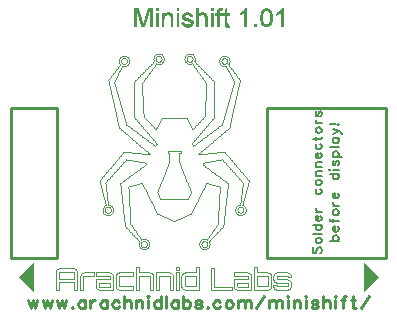
<source format=gto>
G04 DipTrace 2.4.0.1*
%INminishift.frontsilk.gto*%
%MOIN*%
%ADD10C,0.0098*%
%ADD12C,0.003*%
%ADD28C,0.004*%
%ADD52C,0.0087*%
%ADD53C,0.0066*%
%FSLAX44Y44*%
G04*
G70*
G90*
G75*
G01*
%LNTopSilk*%
%LPD*%
X5500Y7750D2*
D10*
X3965D1*
Y12750D1*
X5500D1*
Y7750D1*
X16477Y12750D2*
X12500D1*
Y7750D1*
X16477D1*
Y12750D1*
X8888Y14560D2*
D28*
X8855Y14557D1*
X8823Y14547D1*
X8793Y14531D1*
X8766Y14510D1*
X8745Y14483D1*
X8728Y14453D1*
X8719Y14421D1*
X8715Y14387D1*
X8718Y14357D1*
X8726Y14328D1*
X8739Y14301D1*
X8714Y14277D1*
X8691Y14252D1*
X8667Y14228D1*
X8642Y14204D1*
X8619Y14179D1*
X8594Y14155D1*
X8570Y14130D1*
X8547Y14106D1*
X8522Y14082D1*
X8498Y14057D1*
X8474Y14033D1*
X8450Y14008D1*
X8426Y13985D1*
X8402Y13960D1*
X8378Y13936D1*
X8354Y13912D1*
X8329Y13887D1*
X8306Y13863D1*
X8282Y13838D1*
X8257Y13814D1*
X8234Y13790D1*
X8210Y13765D1*
X8185Y13741D1*
X8162Y13717D1*
X8137Y13692D1*
X8113Y13668D1*
X8090Y13643D1*
X8065Y13619D1*
Y13584D1*
Y13550D1*
Y13516D1*
Y13481D1*
Y13447D1*
Y13412D1*
Y13378D1*
Y13343D1*
Y13309D1*
Y13274D1*
Y13240D1*
Y13205D1*
Y13171D1*
Y13136D1*
Y13102D1*
Y13067D1*
Y13033D1*
Y12999D1*
Y12964D1*
Y12930D1*
Y12895D1*
Y12860D1*
Y12826D1*
Y12792D1*
Y12757D1*
Y12723D1*
Y12688D1*
Y12653D1*
Y12619D1*
Y12585D1*
Y12550D1*
Y12516D1*
Y12481D1*
Y12446D1*
X8087Y12420D1*
X8110Y12394D1*
X8132Y12368D1*
X8155Y12342D1*
X8177Y12316D1*
X8199Y12290D1*
X8221Y12264D1*
X8243Y12238D1*
X8266Y12212D1*
X8288Y12186D1*
X8310Y12160D1*
X8333Y12134D1*
X8355Y12107D1*
X8377Y12081D1*
X8399Y12055D1*
X8421Y12029D1*
X8444Y12003D1*
X8466Y11977D1*
X8489Y11951D1*
X8511Y11925D1*
X8533Y11899D1*
X8555Y11873D1*
X8577Y11847D1*
X8600Y11821D1*
X8622Y11795D1*
X8645Y11769D1*
X8667Y11742D1*
X8688Y11716D1*
X8711Y11690D1*
X8733Y11664D1*
X8756Y11638D1*
X8778Y11612D1*
X8800Y11585D1*
X8823Y11559D1*
X8805Y11533D1*
X8788Y11506D1*
X8771Y11479D1*
X8743Y11500D1*
X8714Y11522D1*
X8686Y11542D1*
X8658Y11563D1*
X8630Y11585D1*
X8602Y11606D1*
X8574Y11626D1*
X8546Y11647D1*
X8518Y11669D1*
X8489Y11690D1*
X8461Y11711D1*
X8434Y11732D1*
X8406Y11753D1*
X8377Y11774D1*
X8349Y11795D1*
X8321Y11816D1*
X8293Y11837D1*
X8264Y11858D1*
X8237Y11880D1*
X8209Y11900D1*
X8181Y11921D1*
X8152Y11943D1*
X8124Y11964D1*
X8096Y11985D1*
X8068Y12006D1*
X8040Y12027D1*
X8012Y12048D1*
X7984Y12069D1*
X7956Y12090D1*
X7927Y12111D1*
X7899Y12132D1*
X7872Y12154D1*
X7843Y12174D1*
X7815Y12195D1*
X7806Y12229D1*
X7796Y12262D1*
X7786Y12295D1*
X7777Y12328D1*
X7767Y12362D1*
X7758Y12395D1*
X7749Y12428D1*
X7739Y12462D1*
X7730Y12495D1*
X7720Y12528D1*
X7710Y12562D1*
X7701Y12595D1*
X7691Y12628D1*
X7682Y12662D1*
X7673Y12695D1*
X7662Y12728D1*
X7653Y12762D1*
X7644Y12795D1*
X7634Y12828D1*
X7625Y12862D1*
X7615Y12895D1*
X7605Y12928D1*
X7596Y12962D1*
X7586Y12995D1*
X7577Y13028D1*
X7568Y13062D1*
X7558Y13095D1*
X7548Y13128D1*
X7539Y13162D1*
X7529Y13195D1*
X7520Y13228D1*
X7510Y13262D1*
X7501Y13295D1*
X7491Y13328D1*
X7481Y13362D1*
X7472Y13395D1*
X7463Y13428D1*
X7453Y13462D1*
X7444Y13495D1*
X7434Y13528D1*
X7424Y13561D1*
X7415Y13595D1*
X7405Y13628D1*
X7422Y13658D1*
X7437Y13689D1*
X7454Y13720D1*
X7470Y13750D1*
X7486Y13781D1*
X7502Y13812D1*
X7518Y13842D1*
X7535Y13873D1*
X7550Y13904D1*
X7567Y13935D1*
X7582Y13965D1*
X7599Y13996D1*
X7615Y14027D1*
X7631Y14057D1*
X7648Y14088D1*
X7663Y14119D1*
X7680Y14149D1*
X7706Y14142D1*
X7732Y14140D1*
X7766Y14144D1*
X7799Y14153D1*
X7829Y14170D1*
X7854Y14191D1*
X7876Y14217D1*
X7891Y14247D1*
X7901Y14280D1*
X7905Y14313D1*
X7901Y14347D1*
X7891Y14379D1*
X7876Y14409D1*
X7854Y14436D1*
X7829Y14457D1*
X7799Y14473D1*
X7766Y14483D1*
X7732Y14486D1*
X7698Y14483D1*
X7666Y14473D1*
X7637Y14457D1*
X7610Y14436D1*
X7589Y14409D1*
X7573Y14379D1*
X7563Y14347D1*
X7560Y14313D1*
X7562Y14282D1*
X7571Y14251D1*
X7586Y14223D1*
X7604Y14197D1*
X7584Y14171D1*
X7564Y14143D1*
X7542Y14116D1*
X7522Y14088D1*
X7501Y14060D1*
X7481Y14034D1*
X7460Y14006D1*
X7439Y13979D1*
X7419Y13951D1*
X7397Y13923D1*
X7377Y13897D1*
X7356Y13869D1*
X7336Y13842D1*
X7315Y13814D1*
X7294Y13787D1*
X7274Y13760D1*
X7252Y13732D1*
X7232Y13705D1*
X7212Y13677D1*
X7219Y13644D1*
X7227Y13610D1*
X7234Y13576D1*
X7241Y13543D1*
X7249Y13509D1*
X7256Y13475D1*
X7264Y13442D1*
X7272Y13408D1*
X7279Y13374D1*
X7287Y13340D1*
X7295Y13306D1*
X7302Y13273D1*
X7310Y13239D1*
X7317Y13206D1*
X7325Y13172D1*
X7332Y13138D1*
X7339Y13104D1*
X7347Y13070D1*
X7355Y13037D1*
X7362Y13003D1*
X7370Y12970D1*
X7377Y12936D1*
X7385Y12902D1*
X7393Y12868D1*
X7400Y12834D1*
X7408Y12801D1*
X7415Y12767D1*
X7423Y12734D1*
X7430Y12700D1*
X7437Y12666D1*
X7445Y12632D1*
X7453Y12599D1*
X7460Y12565D1*
X7468Y12531D1*
X7476Y12497D1*
X7483Y12464D1*
X7491Y12430D1*
X7499Y12397D1*
X7506Y12363D1*
X7513Y12329D1*
X7521Y12295D1*
X7528Y12261D1*
X7536Y12228D1*
X7543Y12194D1*
X7551Y12161D1*
X7559Y12127D1*
X7566Y12093D1*
X7593Y12070D1*
X7619Y12048D1*
X7646Y12025D1*
X7673Y12002D1*
X7698Y11980D1*
X7725Y11958D1*
X7752Y11935D1*
X7778Y11912D1*
X7805Y11890D1*
X7831Y11867D1*
X7858Y11844D1*
X7884Y11821D1*
X7911Y11799D1*
X7938Y11777D1*
X7963Y11754D1*
X7990Y11731D1*
X8017Y11709D1*
X8043Y11686D1*
X8070Y11663D1*
X8096Y11641D1*
X8123Y11618D1*
X8149Y11596D1*
X8176Y11573D1*
X8202Y11551D1*
X8228Y11528D1*
X8255Y11505D1*
X8282Y11483D1*
X8308Y11460D1*
X8335Y11437D1*
X8362Y11415D1*
X8387Y11392D1*
X8414Y11370D1*
X8441Y11347D1*
X8467Y11324D1*
X8494Y11302D1*
X8520Y11279D1*
X8547Y11256D1*
X8573Y11234D1*
X8600Y11211D1*
X8592Y11200D1*
X8558Y11204D1*
X8524Y11208D1*
X8489Y11211D1*
X8456Y11215D1*
X8421Y11219D1*
X8387Y11222D1*
X8353Y11226D1*
X8319Y11229D1*
X8285Y11233D1*
X8251Y11236D1*
X8217Y11240D1*
X8183Y11243D1*
X8148Y11247D1*
X8115Y11250D1*
X8080Y11254D1*
X8047Y11257D1*
X8012Y11261D1*
X7978Y11265D1*
X7944Y11268D1*
X7910Y11272D1*
X7876Y11275D1*
X7842Y11279D1*
X7807Y11282D1*
X7773Y11286D1*
X7739Y11289D1*
X7716Y11263D1*
X7694Y11237D1*
X7671Y11210D1*
X7648Y11184D1*
X7626Y11157D1*
X7603Y11130D1*
X7580Y11104D1*
X7557Y11078D1*
X7535Y11051D1*
X7512Y11024D1*
X7489Y10998D1*
X7466Y10971D1*
X7444Y10945D1*
X7421Y10919D1*
X7398Y10892D1*
X7376Y10865D1*
X7353Y10839D1*
X7330Y10812D1*
X7307Y10786D1*
X7285Y10760D1*
X7262Y10733D1*
X7239Y10706D1*
X7216Y10680D1*
X7194Y10654D1*
X7171Y10627D1*
X7148Y10601D1*
X7125Y10574D1*
X7103Y10547D1*
X7080Y10521D1*
X7057Y10495D1*
X7035Y10468D1*
X7011Y10441D1*
X6988Y10415D1*
X6966Y10388D1*
X6943Y10362D1*
X6920Y10336D1*
X6922Y10303D1*
X6924Y10270D1*
X6933Y10237D1*
X6942Y10204D1*
X6951Y10172D1*
X6960Y10139D1*
X6969Y10106D1*
X6978Y10073D1*
X6987Y10040D1*
X6996Y10007D1*
X7005Y9974D1*
X7014Y9940D1*
X7023Y9908D1*
X7032Y9875D1*
X7041Y9842D1*
X7050Y9809D1*
X7059Y9776D1*
X7068Y9743D1*
X7077Y9710D1*
X7085Y9677D1*
X7095Y9644D1*
X7104Y9611D1*
X7113Y9578D1*
X7122Y9545D1*
X7131Y9512D1*
X7100Y9497D1*
X7074Y9475D1*
X7051Y9449D1*
X7035Y9419D1*
X7024Y9386D1*
X7020Y9351D1*
X7024Y9317D1*
X7034Y9285D1*
X7050Y9255D1*
X7071Y9229D1*
X7098Y9208D1*
X7128Y9191D1*
X7160Y9182D1*
X7194Y9179D1*
X7227Y9182D1*
X7259Y9191D1*
X7290Y9208D1*
X7316Y9229D1*
X7338Y9255D1*
X7354Y9285D1*
X7364Y9318D1*
X7367Y9351D1*
X7364Y9384D1*
X7354Y9416D1*
X7339Y9445D1*
X7319Y9470D1*
X7294Y9491D1*
X7266Y9508D1*
X7235Y9519D1*
X7202Y9523D1*
X7198Y9557D1*
X7194Y9590D1*
X7191Y9624D1*
X7187Y9657D1*
X7183Y9691D1*
X7179Y9725D1*
X7175Y9758D1*
X7170Y9792D1*
X7166Y9826D1*
X7162Y9859D1*
X7158Y9892D1*
X7154Y9926D1*
X7151Y9959D1*
X7147Y9993D1*
X7143Y10026D1*
X7139Y10060D1*
X7134Y10094D1*
X7130Y10127D1*
X7126Y10161D1*
X7122Y10195D1*
X7118Y10228D1*
X7114Y10262D1*
X7137Y10288D1*
X7161Y10313D1*
X7183Y10339D1*
X7207Y10365D1*
X7230Y10391D1*
X7253Y10417D1*
X7276Y10442D1*
X7299Y10468D1*
X7322Y10494D1*
X7346Y10520D1*
X7368Y10545D1*
X7392Y10571D1*
X7415Y10597D1*
X7438Y10623D1*
X7461Y10648D1*
X7484Y10674D1*
X7507Y10700D1*
X7530Y10726D1*
X7553Y10752D1*
X7576Y10777D1*
X7600Y10803D1*
X7622Y10829D1*
X7646Y10855D1*
X7669Y10880D1*
X7692Y10906D1*
X7715Y10932D1*
X7738Y10958D1*
X7761Y10983D1*
X7785Y11009D1*
X7807Y11035D1*
X7842Y11029D1*
X7876Y11023D1*
X7910Y11016D1*
X7945Y11010D1*
X7979Y11004D1*
X8013Y10998D1*
X8047Y10992D1*
X8082Y10986D1*
X8116Y10979D1*
X8150Y10973D1*
X8184Y10967D1*
X8219Y10960D1*
X8253Y10954D1*
X8287Y10948D1*
X8322Y10942D1*
X8356Y10936D1*
X8390Y10930D1*
X8424Y10923D1*
X8459Y10917D1*
X8453Y10886D1*
X8446Y10856D1*
X8419Y10835D1*
X8391Y10814D1*
X8363Y10794D1*
X8335Y10773D1*
X8307Y10752D1*
X8279Y10731D1*
X8251Y10711D1*
X8223Y10690D1*
X8195Y10670D1*
X8167Y10649D1*
X8140Y10628D1*
X8112Y10608D1*
X8083Y10587D1*
X8056Y10566D1*
X8028Y10546D1*
X8000Y10525D1*
X7972Y10505D1*
X7944Y10484D1*
X7916Y10463D1*
X7888Y10443D1*
X7861Y10422D1*
X7833Y10402D1*
X7804Y10380D1*
X7777Y10360D1*
X7749Y10339D1*
X7721Y10319D1*
X7693Y10298D1*
X7665Y10277D1*
X7637Y10257D1*
X7609Y10236D1*
X7613Y10201D1*
X7617Y10166D1*
X7621Y10132D1*
X7625Y10096D1*
X7629Y10062D1*
X7632Y10027D1*
X7636Y9992D1*
X7640Y9957D1*
X7644Y9922D1*
X7648Y9887D1*
X7651Y9852D1*
X7655Y9818D1*
X7659Y9782D1*
X7663Y9748D1*
X7667Y9713D1*
X7671Y9678D1*
X7674Y9643D1*
X7678Y9608D1*
X7682Y9573D1*
X7686Y9538D1*
X7690Y9504D1*
X7694Y9468D1*
X7698Y9434D1*
X7702Y9399D1*
X7706Y9364D1*
X7709Y9329D1*
X7713Y9294D1*
X7716Y9260D1*
X7720Y9224D1*
X7724Y9190D1*
X7728Y9155D1*
X7732Y9120D1*
X7736Y9085D1*
X7740Y9050D1*
X7744Y9015D1*
X7748Y8980D1*
X7751Y8946D1*
X7755Y8910D1*
X7759Y8876D1*
X7763Y8841D1*
X7767Y8806D1*
X7791Y8780D1*
X7815Y8755D1*
X7840Y8730D1*
X7863Y8705D1*
X7887Y8679D1*
X7912Y8654D1*
X7936Y8629D1*
X7960Y8603D1*
X7985Y8577D1*
X8009Y8552D1*
X8033Y8527D1*
X8057Y8502D1*
X8081Y8477D1*
X8105Y8451D1*
X8130Y8426D1*
X8154Y8400D1*
X8178Y8375D1*
X8202Y8350D1*
X8226Y8324D1*
X8250Y8299D1*
X8236Y8270D1*
X8227Y8241D1*
X8224Y8208D1*
X8228Y8175D1*
X8237Y8142D1*
X8253Y8112D1*
X8275Y8086D1*
X8301Y8065D1*
X8331Y8049D1*
X8363Y8039D1*
X8397Y8036D1*
X8431Y8039D1*
X8464Y8049D1*
X8493Y8065D1*
X8519Y8086D1*
X8541Y8112D1*
X8557Y8142D1*
X8567Y8175D1*
X8570Y8208D1*
X8567Y8242D1*
X8557Y8274D1*
X8541Y8304D1*
X8519Y8330D1*
X8493Y8352D1*
X8463Y8367D1*
X8431Y8377D1*
X8397Y8381D1*
X8368Y8378D1*
X8340Y8370D1*
X8313Y8359D1*
X8294Y8386D1*
X8275Y8414D1*
X8256Y8442D1*
X8237Y8470D1*
X8217Y8497D1*
X8199Y8525D1*
X8179Y8553D1*
X8160Y8581D1*
X8141Y8609D1*
X8122Y8636D1*
X8103Y8664D1*
X8083Y8692D1*
X8065Y8720D1*
X8046Y8747D1*
X8026Y8775D1*
X8007Y8803D1*
X7988Y8831D1*
X7969Y8858D1*
X7949Y8887D1*
X7948Y8921D1*
X7946Y8955D1*
X7944Y8990D1*
X7942Y9024D1*
X7940Y9058D1*
X7938Y9093D1*
X7936Y9128D1*
X7934Y9161D1*
X7933Y9196D1*
X7930Y9231D1*
X7929Y9264D1*
X7927Y9299D1*
X7925Y9334D1*
X7923Y9368D1*
X7921Y9402D1*
X7920Y9437D1*
X7917Y9471D1*
X7916Y9505D1*
X7913Y9540D1*
X7912Y9575D1*
X7910Y9609D1*
X7908Y9643D1*
X7906Y9678D1*
X7904Y9712D1*
X7902Y9746D1*
X7900Y9781D1*
X7898Y9815D1*
X7897Y9850D1*
X7894Y9884D1*
X7893Y9918D1*
X7891Y9953D1*
X7889Y9987D1*
X7887Y10022D1*
X7885Y10056D1*
X7883Y10091D1*
X7881Y10125D1*
X7913Y10134D1*
X7945Y10143D1*
X7978Y10151D1*
X8010Y10160D1*
X8042Y10169D1*
X8073Y10178D1*
X8105Y10187D1*
X8137Y10195D1*
X8170Y10204D1*
X8202Y10213D1*
X8234Y10222D1*
X8266Y10231D1*
X8298Y10240D1*
X8329Y10248D1*
X8345Y10218D1*
X8361Y10186D1*
X8377Y10155D1*
X8392Y10125D1*
X8407Y10093D1*
X8423Y10062D1*
X8438Y10031D1*
X8454Y10000D1*
X8470Y9969D1*
X8485Y9938D1*
X8500Y9907D1*
X8516Y9876D1*
X8532Y9845D1*
X8547Y9814D1*
X8563Y9783D1*
X8578Y9752D1*
X8594Y9721D1*
X8609Y9690D1*
X8625Y9659D1*
X8641Y9628D1*
X8656Y9597D1*
X8671Y9566D1*
X8687Y9535D1*
X8703Y9504D1*
X8718Y9473D1*
X8733Y9442D1*
X8749Y9411D1*
X8765Y9380D1*
X8780Y9349D1*
X8796Y9318D1*
X8811Y9286D1*
X8826Y9256D1*
X8842Y9224D1*
X8873Y9211D1*
X8905Y9197D1*
X8936Y9183D1*
X8968Y9169D1*
X8999Y9156D1*
X9029Y9142D1*
X9061Y9128D1*
X9092Y9114D1*
X9124Y9100D1*
X9155Y9087D1*
X9186Y9072D1*
X9218Y9058D1*
X9249Y9045D1*
X9280Y9031D1*
X9312Y9017D1*
X9343Y9003D1*
X9374Y8990D1*
X9405Y8976D1*
X9436Y8990D1*
X9468Y9003D1*
X9499Y9017D1*
X9530Y9031D1*
X9562Y9045D1*
X9592Y9058D1*
X9624Y9072D1*
X9655Y9087D1*
X9686Y9100D1*
X9718Y9114D1*
X9748Y9128D1*
X9780Y9142D1*
X9811Y9156D1*
X9842Y9169D1*
X9874Y9183D1*
X9905Y9197D1*
X9936Y9211D1*
X9967Y9224D1*
X9983Y9256D1*
X9998Y9286D1*
X10014Y9318D1*
X10030Y9349D1*
X10045Y9379D1*
X10060Y9411D1*
X10076Y9442D1*
X10092Y9473D1*
X10107Y9504D1*
X10122Y9535D1*
X10138Y9566D1*
X10154Y9597D1*
X10169Y9628D1*
X10185Y9659D1*
X10200Y9690D1*
X10215Y9721D1*
X10231Y9752D1*
X10247Y9783D1*
X10263Y9814D1*
X10277Y9845D1*
X10293Y9876D1*
X10309Y9907D1*
X10324Y9938D1*
X10340Y9969D1*
X10356Y10000D1*
X10371Y10031D1*
X10386Y10062D1*
X10402Y10093D1*
X10418Y10124D1*
X10433Y10155D1*
X10448Y10186D1*
X10464Y10218D1*
X10480Y10248D1*
X10363Y10857D2*
X10357Y10887D1*
X10351Y10917D1*
X10385Y10923D1*
X10419Y10930D1*
X10454Y10936D1*
X10488Y10942D1*
X10522Y10948D1*
X10556Y10954D1*
X10591Y10960D1*
X10625Y10967D1*
X10660Y10973D1*
X10694Y10979D1*
X10728Y10986D1*
X10763Y10992D1*
X10797Y10998D1*
X10832Y11004D1*
X10866Y11010D1*
X10900Y11016D1*
X10934Y11023D1*
X10969Y11029D1*
X11003Y11035D1*
X11026Y11009D1*
X11050Y10983D1*
X11072Y10958D1*
X11096Y10932D1*
X11119Y10906D1*
X11142Y10880D1*
X11165Y10854D1*
X11188Y10829D1*
X11211Y10803D1*
X11234Y10777D1*
X11257Y10751D1*
X11280Y10726D1*
X11304Y10700D1*
X11326Y10674D1*
X11350Y10648D1*
X11372Y10623D1*
X11396Y10597D1*
X11419Y10571D1*
X11442Y10545D1*
X11465Y10520D1*
X11489Y10494D1*
X11511Y10468D1*
X11535Y10442D1*
X11557Y10417D1*
X11581Y10391D1*
X11604Y10365D1*
X11626Y10339D1*
X11650Y10313D1*
X11673Y10288D1*
X11696Y10262D1*
X11692Y10228D1*
X11688Y10195D1*
X11684Y10161D1*
X11680Y10127D1*
X11676Y10094D1*
X11672Y10060D1*
X11668Y10026D1*
X11664Y9993D1*
X11660Y9959D1*
X11656Y9926D1*
X11652Y9892D1*
X11648Y9859D1*
X11644Y9826D1*
X11640Y9792D1*
X11636Y9758D1*
X11632Y9725D1*
X11628Y9691D1*
X11624Y9657D1*
X11620Y9624D1*
X11616Y9590D1*
X11612Y9557D1*
X11608Y9523D1*
X11576Y9519D1*
X11545Y9508D1*
X11516Y9492D1*
X11492Y9470D1*
X11471Y9445D1*
X11456Y9416D1*
X11447Y9384D1*
X11444Y9351D1*
X11447Y9318D1*
X11457Y9285D1*
X11473Y9255D1*
X11495Y9229D1*
X11521Y9208D1*
X11550Y9191D1*
X11583Y9182D1*
X11617Y9179D1*
X11651Y9182D1*
X11683Y9191D1*
X11713Y9208D1*
X11739Y9229D1*
X11760Y9256D1*
X11776Y9286D1*
X11786Y9318D1*
X11789Y9351D1*
X11786Y9386D1*
X11775Y9419D1*
X11759Y9449D1*
X11737Y9475D1*
X11710Y9497D1*
X11680Y9512D1*
X11688Y9545D1*
X11698Y9578D1*
X11706Y9611D1*
X11716Y9644D1*
X11724Y9677D1*
X11734Y9710D1*
X11742Y9743D1*
X11752Y9776D1*
X11761Y9809D1*
X11770Y9842D1*
X11779Y9874D1*
X11788Y9907D1*
X11797Y9940D1*
X11806Y9974D1*
X11815Y10007D1*
X11824Y10040D1*
X11833Y10073D1*
X11842Y10106D1*
X11851Y10139D1*
X11860Y10172D1*
X11869Y10204D1*
X11878Y10237D1*
X11887Y10270D1*
X11888Y10303D1*
X11890Y10336D1*
X11867Y10362D1*
X11844Y10388D1*
X11822Y10415D1*
X11799Y10442D1*
X11776Y10468D1*
X11753Y10495D1*
X11731Y10521D1*
X11708Y10547D1*
X11685Y10574D1*
X11663Y10601D1*
X11640Y10627D1*
X11617Y10654D1*
X11594Y10680D1*
X11572Y10706D1*
X11549Y10733D1*
X11526Y10760D1*
X11503Y10786D1*
X11481Y10812D1*
X11458Y10839D1*
X11435Y10865D1*
X11412Y10892D1*
X11390Y10919D1*
X11367Y10945D1*
X11344Y10971D1*
X11322Y10998D1*
X11299Y11024D1*
X11276Y11051D1*
X11253Y11078D1*
X11231Y11104D1*
X11208Y11130D1*
X11185Y11157D1*
X11162Y11184D1*
X11140Y11210D1*
X11117Y11237D1*
X11094Y11263D1*
X11071Y11289D1*
X11037Y11286D1*
X11003Y11282D1*
X10969Y11279D1*
X10935Y11275D1*
X10901Y11272D1*
X10866Y11268D1*
X10832Y11265D1*
X10798Y11261D1*
X10764Y11257D1*
X10730Y11254D1*
X10695Y11250D1*
X10662Y11247D1*
X10627Y11243D1*
X10593Y11240D1*
X10559Y11236D1*
X10525Y11233D1*
X10491Y11229D1*
X10456Y11226D1*
X10422Y11222D1*
X10388Y11219D1*
X10354Y11215D1*
X10320Y11211D1*
X10286Y11208D1*
X10252Y11204D1*
X10217Y11200D1*
X10211Y11211D1*
X10237Y11234D1*
X10264Y11256D1*
X10290Y11279D1*
X10317Y11302D1*
X10343Y11325D1*
X10370Y11347D1*
X10397Y11370D1*
X10422Y11392D1*
X10449Y11415D1*
X10476Y11437D1*
X10502Y11460D1*
X10529Y11483D1*
X10555Y11505D1*
X10582Y11528D1*
X10608Y11551D1*
X10635Y11573D1*
X10662Y11596D1*
X10687Y11618D1*
X10714Y11641D1*
X10741Y11663D1*
X10767Y11686D1*
X10794Y11709D1*
X10821Y11731D1*
X10847Y11754D1*
X10873Y11777D1*
X10900Y11799D1*
X10926Y11821D1*
X10953Y11844D1*
X10979Y11867D1*
X11006Y11890D1*
X11032Y11912D1*
X11059Y11935D1*
X11086Y11958D1*
X11112Y11980D1*
X11138Y12002D1*
X11165Y12025D1*
X11191Y12048D1*
X11218Y12070D1*
X11245Y12093D1*
X11252Y12127D1*
X11260Y12161D1*
X11267Y12194D1*
X11275Y12228D1*
X11282Y12261D1*
X11289Y12295D1*
X11297Y12329D1*
X11305Y12363D1*
X11312Y12397D1*
X11320Y12430D1*
X11328Y12464D1*
X11335Y12497D1*
X11343Y12531D1*
X11350Y12565D1*
X11358Y12599D1*
X11365Y12633D1*
X11372Y12666D1*
X11380Y12700D1*
X11388Y12734D1*
X11395Y12767D1*
X11403Y12801D1*
X11410Y12835D1*
X11418Y12868D1*
X11426Y12902D1*
X11433Y12936D1*
X11441Y12970D1*
X11449Y13003D1*
X11456Y13037D1*
X11463Y13070D1*
X11470Y13104D1*
X11478Y13138D1*
X11486Y13172D1*
X11493Y13206D1*
X11501Y13239D1*
X11509Y13273D1*
X11516Y13306D1*
X11524Y13340D1*
X11532Y13374D1*
X11539Y13408D1*
X11547Y13442D1*
X11554Y13475D1*
X11561Y13509D1*
X11569Y13543D1*
X11576Y13576D1*
X11584Y13610D1*
X11592Y13644D1*
X11599Y13677D1*
X11579Y13705D1*
X11557Y13732D1*
X11537Y13760D1*
X11517Y13787D1*
X11496Y13814D1*
X11475Y13842D1*
X11454Y13869D1*
X11434Y13897D1*
X11412Y13924D1*
X11392Y13951D1*
X11372Y13979D1*
X11351Y14006D1*
X11330Y14034D1*
X11309Y14060D1*
X11289Y14088D1*
X11268Y14116D1*
X11247Y14143D1*
X11227Y14171D1*
X11206Y14197D1*
X11225Y14223D1*
X11239Y14251D1*
X11248Y14282D1*
X11251Y14313D1*
X11248Y14347D1*
X11238Y14379D1*
X11222Y14409D1*
X11200Y14436D1*
X11174Y14457D1*
X11144Y14474D1*
X11111Y14483D1*
X11078Y14486D1*
X11044Y14483D1*
X11012Y14473D1*
X10982Y14457D1*
X10956Y14436D1*
X10935Y14409D1*
X10919Y14379D1*
X10909Y14347D1*
X10906Y14313D1*
X10909Y14280D1*
X10919Y14247D1*
X10935Y14217D1*
X10956Y14191D1*
X10982Y14170D1*
X11012Y14153D1*
X11044Y14144D1*
X11078Y14141D1*
X11104Y14143D1*
X11131Y14149D1*
X11147Y14119D1*
X11163Y14088D1*
X11180Y14057D1*
X11195Y14027D1*
X11212Y13996D1*
X11227Y13965D1*
X11244Y13935D1*
X11260Y13904D1*
X11276Y13873D1*
X11293Y13842D1*
X11308Y13812D1*
X11325Y13781D1*
X11340Y13750D1*
X11357Y13720D1*
X11373Y13689D1*
X11389Y13658D1*
X11405Y13628D1*
X11396Y13595D1*
X11387Y13561D1*
X11376Y13528D1*
X11367Y13495D1*
X11358Y13462D1*
X11348Y13428D1*
X11339Y13395D1*
X11329Y13362D1*
X11319Y13329D1*
X11310Y13295D1*
X11300Y13262D1*
X11291Y13229D1*
X11282Y13195D1*
X11272Y13162D1*
X11262Y13129D1*
X11253Y13095D1*
X11243Y13062D1*
X11234Y13029D1*
X11224Y12995D1*
X11215Y12962D1*
X11205Y12929D1*
X11195Y12895D1*
X11186Y12862D1*
X11177Y12829D1*
X11167Y12795D1*
X11158Y12762D1*
X11148Y12729D1*
X11138Y12695D1*
X11129Y12662D1*
X11119Y12629D1*
X11110Y12595D1*
X11100Y12562D1*
X11090Y12529D1*
X11081Y12495D1*
X11071Y12462D1*
X11062Y12429D1*
X11053Y12395D1*
X11043Y12362D1*
X11034Y12329D1*
X11024Y12295D1*
X11014Y12262D1*
X11005Y12229D1*
X10995Y12195D1*
X10967Y12175D1*
X10939Y12154D1*
X10911Y12132D1*
X10883Y12111D1*
X10854Y12090D1*
X10827Y12069D1*
X10799Y12048D1*
X10770Y12027D1*
X10742Y12006D1*
X10714Y11985D1*
X10686Y11964D1*
X10658Y11943D1*
X10629Y11921D1*
X10601Y11900D1*
X10574Y11880D1*
X10545Y11858D1*
X10517Y11837D1*
X10489Y11816D1*
X10461Y11795D1*
X10433Y11774D1*
X10404Y11753D1*
X10376Y11732D1*
X10349Y11711D1*
X10321Y11690D1*
X10292Y11669D1*
X10264Y11647D1*
X10236Y11627D1*
X10208Y11606D1*
X10179Y11585D1*
X10151Y11563D1*
X10123Y11542D1*
X10095Y11522D1*
X10067Y11500D1*
X10039Y11479D1*
X10022Y11506D1*
X10005Y11533D1*
X9988Y11559D1*
X10010Y11585D1*
X10033Y11612D1*
X10055Y11638D1*
X10078Y11664D1*
X10099Y11690D1*
X10121Y11716D1*
X10144Y11742D1*
X10166Y11769D1*
X10189Y11795D1*
X10211Y11821D1*
X10233Y11847D1*
X10255Y11873D1*
X10277Y11899D1*
X10300Y11925D1*
X10322Y11951D1*
X10345Y11977D1*
X10367Y12003D1*
X10389Y12029D1*
X10411Y12055D1*
X10433Y12081D1*
X10456Y12107D1*
X10478Y12134D1*
X10500Y12160D1*
X10523Y12186D1*
X10545Y12212D1*
X10567Y12238D1*
X10589Y12264D1*
X10611Y12290D1*
X10634Y12316D1*
X10656Y12342D1*
X10679Y12368D1*
X10701Y12394D1*
X10723Y12420D1*
X10745Y12446D1*
Y12481D1*
Y12516D1*
Y12550D1*
Y12585D1*
Y12619D1*
Y12653D1*
Y12688D1*
Y12723D1*
Y12757D1*
Y12792D1*
Y12826D1*
Y12860D1*
Y12895D1*
Y12930D1*
Y12964D1*
Y12999D1*
Y13033D1*
Y13067D1*
Y13102D1*
Y13136D1*
Y13171D1*
Y13205D1*
Y13240D1*
Y13274D1*
Y13309D1*
Y13343D1*
Y13378D1*
Y13412D1*
Y13447D1*
Y13481D1*
Y13516D1*
Y13550D1*
Y13584D1*
Y13619D1*
X10721Y13643D1*
X10697Y13668D1*
X10673Y13692D1*
X10649Y13717D1*
X10625Y13741D1*
X10601Y13765D1*
X10577Y13790D1*
X10553Y13814D1*
X10529Y13838D1*
X10505Y13863D1*
X10480Y13887D1*
X10457Y13912D1*
X10433Y13936D1*
X10408Y13960D1*
X10385Y13985D1*
X10361Y14009D1*
X10336Y14033D1*
X10313Y14057D1*
X10288Y14082D1*
X10264Y14106D1*
X10241Y14130D1*
X10216Y14155D1*
X10192Y14179D1*
X10168Y14204D1*
X10144Y14228D1*
X10120Y14252D1*
X10096Y14277D1*
X10072Y14301D1*
X10085Y14328D1*
X10092Y14357D1*
X10095Y14387D1*
X10092Y14421D1*
X10082Y14453D1*
X10066Y14483D1*
X10045Y14510D1*
X10018Y14531D1*
X9988Y14547D1*
X9956Y14557D1*
X9922Y14560D1*
X9889Y14557D1*
X9856Y14547D1*
X9826Y14531D1*
X9800Y14509D1*
X9779Y14483D1*
X9763Y14453D1*
X9754Y14421D1*
X9750Y14387D1*
X9754Y14353D1*
X9763Y14321D1*
X9779Y14291D1*
X9800Y14265D1*
X9827Y14243D1*
X9856Y14227D1*
X9889Y14218D1*
X9922Y14214D1*
X9949Y14216D1*
X9975Y14223D1*
X9999Y14233D1*
X10020Y14205D1*
X10039Y14177D1*
X10059Y14149D1*
X10080Y14121D1*
X10099Y14093D1*
X10120Y14065D1*
X10139Y14037D1*
X10160Y14009D1*
X10179Y13981D1*
X10200Y13953D1*
X10220Y13925D1*
X10240Y13898D1*
X10260Y13869D1*
X10280Y13842D1*
X10300Y13813D1*
X10321Y13786D1*
X10340Y13757D1*
X10361Y13730D1*
X10380Y13702D1*
X10400Y13674D1*
X10421Y13646D1*
X10440Y13617D1*
X10461Y13590D1*
X10480Y13561D1*
X10479Y13527D1*
X10477Y13491D1*
X10475Y13456D1*
X10473Y13421D1*
X10472Y13386D1*
X10469Y13351D1*
X10468Y13316D1*
X10466Y13281D1*
X10464Y13245D1*
X10462Y13210D1*
X10460Y13175D1*
X10458Y13140D1*
X10457Y13105D1*
X10455Y13070D1*
X10453Y13034D1*
X10451Y13000D1*
X10449Y12964D1*
X10448Y12929D1*
X10446Y12894D1*
X10444Y12859D1*
X10442Y12823D1*
X10440Y12789D1*
X10438Y12753D1*
X10437Y12718D1*
X10434Y12683D1*
X10433Y12648D1*
X10431Y12612D1*
X10429Y12578D1*
X10427Y12542D1*
X10426Y12507D1*
X10423Y12472D1*
X10400Y12446D1*
X10375Y12420D1*
X10352Y12395D1*
X10328Y12369D1*
X10304Y12344D1*
X10280Y12318D1*
X10256Y12292D1*
X10232Y12267D1*
X10208Y12241D1*
X10184Y12216D1*
X10161Y12190D1*
X10136Y12164D1*
X10113Y12139D1*
X10088Y12113D1*
X10065Y12087D1*
X10041Y12061D1*
X10017Y12035D1*
X10001Y12065D1*
X9984Y12095D1*
X9969Y12125D1*
X9952Y12155D1*
X9936Y12185D1*
X9920Y12215D1*
X9904Y12245D1*
X9888Y12276D1*
X9871Y12305D1*
X9855Y12335D1*
X9839Y12365D1*
X9823Y12395D1*
X9822Y12401D1*
X9787D1*
X9752D1*
X9718D1*
X9683D1*
X9649D1*
X9614D1*
X9580D1*
X9544D1*
X9510D1*
X9476D1*
X9441D1*
X9407D1*
X9372D1*
X9337D1*
X9302D1*
X9268D1*
X9233D1*
X9199D1*
X9164D1*
X9129D1*
X9095D1*
X9060D1*
X9026D1*
X8991D1*
X8975Y12371D1*
X8958Y12340D1*
X8942Y12310D1*
X8925Y12279D1*
X8909Y12249D1*
X8892Y12218D1*
X8876Y12187D1*
X8859Y12157D1*
X8843Y12126D1*
X8826Y12096D1*
X8810Y12065D1*
X8794Y12035D1*
X8770Y12061D1*
X8746Y12086D1*
X8722Y12112D1*
X8698Y12138D1*
X8674Y12163D1*
X8650Y12189D1*
X8627Y12215D1*
X8602Y12240D1*
X8579Y12266D1*
X8554Y12292D1*
X8531Y12317D1*
X8507Y12343D1*
X8483Y12369D1*
X8459Y12395D1*
X8435Y12420D1*
X8411Y12446D1*
X8387Y12472D1*
X8385Y12507D1*
X8384Y12542D1*
X8381Y12578D1*
X8380Y12612D1*
X8378Y12648D1*
X8376Y12683D1*
X8374Y12718D1*
X8373Y12753D1*
X8370Y12789D1*
X8369Y12823D1*
X8367Y12859D1*
X8365Y12894D1*
X8363Y12929D1*
X8361Y12964D1*
X8359Y13000D1*
X8358Y13034D1*
X8355Y13070D1*
X8354Y13105D1*
X8352Y13140D1*
X8350Y13175D1*
X8348Y13210D1*
X8347Y13245D1*
X8344Y13281D1*
X8343Y13316D1*
X8341Y13351D1*
X8339Y13386D1*
X8337Y13421D1*
X8335Y13456D1*
X8333Y13491D1*
X8332Y13527D1*
X8329Y13561D1*
X8350Y13590D1*
X8370Y13618D1*
X8390Y13646D1*
X8410Y13674D1*
X8430Y13702D1*
X8450Y13730D1*
X8471Y13757D1*
X8490Y13786D1*
X8511Y13813D1*
X8530Y13842D1*
X8551Y13869D1*
X8571Y13898D1*
X8591Y13925D1*
X8611Y13953D1*
X8630Y13981D1*
X8651Y14009D1*
X8671Y14038D1*
X8691Y14065D1*
X8711Y14093D1*
X8731Y14121D1*
X8751Y14149D1*
X8772Y14177D1*
X8791Y14205D1*
X8812Y14233D1*
X8836Y14223D1*
X8862Y14216D1*
X8888Y14214D1*
X8922Y14218D1*
X8954Y14227D1*
X8984Y14243D1*
X9011Y14265D1*
X9032Y14291D1*
X9048Y14321D1*
X9057Y14353D1*
X9060Y14387D1*
X9057Y14421D1*
X9048Y14453D1*
X9032Y14483D1*
X9011Y14510D1*
X8984Y14531D1*
X8954Y14547D1*
X8922Y14557D1*
X8888Y14560D1*
X10473Y10248D2*
X10506Y10240D1*
X10538Y10231D1*
X10571Y10222D1*
X10604Y10213D1*
X10636Y10204D1*
X10669Y10195D1*
X10701Y10187D1*
X10734Y10178D1*
X10767Y10169D1*
X10799Y10160D1*
X10832Y10151D1*
X10865Y10143D1*
X10897Y10134D1*
X10930Y10125D1*
X10927Y10091D1*
X10926Y10056D1*
X10923Y10022D1*
X10922Y9987D1*
X10919Y9953D1*
X10918Y9918D1*
X10916Y9884D1*
X10914Y9850D1*
X10912Y9815D1*
X10910Y9781D1*
X10908Y9746D1*
X10906Y9712D1*
X10905Y9678D1*
X10903Y9643D1*
X10901Y9609D1*
X10899Y9575D1*
X10897Y9540D1*
X10895Y9505D1*
X10894Y9471D1*
X10891Y9437D1*
X10890Y9402D1*
X10887Y9368D1*
X10886Y9334D1*
X10883Y9299D1*
X10882Y9265D1*
X10880Y9231D1*
X10878Y9196D1*
X10876Y9161D1*
X10874Y9128D1*
X10872Y9093D1*
X10870Y9058D1*
X10868Y9024D1*
X10867Y8990D1*
X10865Y8955D1*
X10863Y8921D1*
X10861Y8887D1*
X10842Y8858D1*
X10823Y8831D1*
X10803Y8803D1*
X10785Y8775D1*
X10765Y8747D1*
X10746Y8720D1*
X10727Y8692D1*
X10708Y8664D1*
X10689Y8636D1*
X10669Y8609D1*
X10651Y8581D1*
X10631Y8553D1*
X10612Y8525D1*
X10593Y8497D1*
X10574Y8470D1*
X10555Y8442D1*
X10535Y8414D1*
X10516Y8386D1*
X10497Y8359D1*
X10471Y8370D1*
X10443Y8378D1*
X10414Y8381D1*
X10380Y8377D1*
X10347Y8368D1*
X10317Y8352D1*
X10292Y8330D1*
X10270Y8304D1*
X10254Y8274D1*
X10244Y8242D1*
X10241Y8208D1*
X10244Y8175D1*
X10254Y8142D1*
X10270Y8112D1*
X10292Y8086D1*
X10317Y8065D1*
X10347Y8049D1*
X10380Y8039D1*
X10414Y8036D1*
X10448Y8039D1*
X10480Y8049D1*
X10509Y8065D1*
X10535Y8086D1*
X10556Y8113D1*
X10572Y8143D1*
X10582Y8175D1*
X10585Y8208D1*
X10582Y8241D1*
X10575Y8270D1*
X10560Y8299D1*
X10584Y8325D1*
X10608Y8350D1*
X10633Y8375D1*
X10657Y8400D1*
X10681Y8426D1*
X10705Y8451D1*
X10730Y8477D1*
X10754Y8502D1*
X10778Y8527D1*
X10802Y8552D1*
X10826Y8578D1*
X10850Y8603D1*
X10875Y8629D1*
X10899Y8654D1*
X10923Y8679D1*
X10947Y8705D1*
X10971Y8730D1*
X10995Y8755D1*
X11020Y8780D1*
X11044Y8806D1*
X11048Y8841D1*
X11052Y8876D1*
X11055Y8910D1*
X11059Y8946D1*
X11063Y8980D1*
X11067Y9015D1*
X11071Y9050D1*
X11075Y9085D1*
X11079Y9120D1*
X11082Y9155D1*
X11086Y9190D1*
X11090Y9224D1*
X11093Y9260D1*
X11097Y9294D1*
X11101Y9329D1*
X11105Y9364D1*
X11109Y9399D1*
X11113Y9434D1*
X11117Y9469D1*
X11121Y9504D1*
X11125Y9538D1*
X11129Y9574D1*
X11133Y9608D1*
X11136Y9643D1*
X11140Y9678D1*
X11144Y9713D1*
X11148Y9748D1*
X11151Y9783D1*
X11155Y9818D1*
X11159Y9852D1*
X11163Y9888D1*
X11167Y9922D1*
X11171Y9957D1*
X11174Y9992D1*
X11178Y10027D1*
X11182Y10062D1*
X11186Y10096D1*
X11190Y10132D1*
X11194Y10166D1*
X11198Y10201D1*
X11202Y10236D1*
X11173Y10257D1*
X11145Y10277D1*
X11118Y10299D1*
X11090Y10319D1*
X11061Y10339D1*
X11034Y10360D1*
X11006Y10381D1*
X10977Y10402D1*
X10950Y10422D1*
X10922Y10443D1*
X10894Y10464D1*
X10866Y10484D1*
X10838Y10505D1*
X10810Y10526D1*
X10782Y10546D1*
X10754Y10567D1*
X10727Y10587D1*
X10698Y10609D1*
X10670Y10629D1*
X10643Y10650D1*
X10614Y10671D1*
X10586Y10691D1*
X10559Y10712D1*
X10531Y10732D1*
X10502Y10753D1*
X10475Y10774D1*
X10447Y10794D1*
X10419Y10816D1*
X10391Y10836D1*
X10363Y10857D1*
X8888Y14486D2*
X8918Y14481D1*
X8946Y14467D1*
X8968Y14445D1*
X8982Y14418D1*
X8988Y14387D1*
X8982Y14356D1*
X8968Y14328D1*
X8946Y14306D1*
X8918Y14292D1*
X8888Y14287D1*
X8856Y14292D1*
X8829Y14306D1*
X8807Y14329D1*
X8793Y14356D1*
X8788Y14387D1*
X8793Y14418D1*
X8807Y14445D1*
X8829Y14467D1*
X8857Y14481D1*
X8888Y14486D1*
X9922D2*
X9953Y14481D1*
X9981Y14467D1*
X10003Y14445D1*
X10017Y14418D1*
X10023Y14387D1*
X10017Y14356D1*
X10003Y14328D1*
X9981Y14306D1*
X9953Y14292D1*
X9922Y14287D1*
X9891Y14292D1*
X9864Y14306D1*
X9842Y14329D1*
X9827Y14356D1*
X9823Y14387D1*
X9827Y14418D1*
X9842Y14445D1*
X9864Y14467D1*
X9892Y14481D1*
X9922Y14486D1*
X7732Y14412D2*
X7764Y14408D1*
X7791Y14393D1*
X7813Y14371D1*
X7827Y14344D1*
X7832Y14313D1*
X7827Y14282D1*
X7813Y14255D1*
X7791Y14233D1*
X7764Y14219D1*
X7732Y14214D1*
X7702Y14219D1*
X7674Y14233D1*
X7651Y14255D1*
X7637Y14282D1*
X7633Y14313D1*
X7637Y14344D1*
X7651Y14372D1*
X7674Y14393D1*
X7702Y14408D1*
X7732Y14412D1*
X11078D2*
X11109Y14408D1*
X11137Y14393D1*
X11159Y14372D1*
X11173Y14344D1*
X11178Y14313D1*
X11173Y14282D1*
X11159Y14255D1*
X11137Y14233D1*
X11109Y14219D1*
X11078Y14214D1*
X11047Y14219D1*
X11020Y14233D1*
X10998Y14255D1*
X10984Y14282D1*
X10979Y14313D1*
X10984Y14344D1*
X10998Y14371D1*
X11020Y14393D1*
X11047Y14408D1*
X11078Y14412D1*
X9188Y11324D2*
X9213D1*
X9238D1*
X9271D1*
X9305D1*
X9338D1*
X9372D1*
X9405D1*
X9439D1*
X9472D1*
X9506D1*
X9539D1*
X9573D1*
X9598D1*
X9622D1*
Y11295D1*
Y11267D1*
Y11237D1*
X9598D1*
X9573D1*
Y11206D1*
Y11174D1*
Y11142D1*
Y11111D1*
Y11078D1*
Y11047D1*
Y11015D1*
Y10983D1*
Y10951D1*
X9587Y10919D1*
X9599Y10886D1*
X9612Y10853D1*
X9624Y10820D1*
X9638Y10787D1*
X9650Y10755D1*
X9663Y10722D1*
X9675Y10689D1*
X9689Y10657D1*
X9701Y10624D1*
X9714Y10591D1*
X9726Y10558D1*
X9739Y10525D1*
X9752Y10492D1*
X9765Y10460D1*
X9777Y10427D1*
X9790Y10395D1*
X9803Y10362D1*
X9816Y10328D1*
X9828Y10296D1*
X9841Y10263D1*
X9854Y10230D1*
X9867Y10198D1*
X9879Y10165D1*
X9892Y10132D1*
X9905Y10099D1*
X9918Y10066D1*
X9930Y10034D1*
X9943Y10001D1*
X9955Y9968D1*
X9969Y9935D1*
X9954Y9903D1*
X9940Y9872D1*
X9925Y9841D1*
X9911Y9809D1*
X9896Y9777D1*
X9882Y9745D1*
X9867Y9714D1*
X9833D1*
X9798D1*
X9765D1*
X9730D1*
X9696D1*
X9662D1*
X9628D1*
X9593D1*
X9559D1*
X9525D1*
X9490D1*
X9457D1*
X9422D1*
X9388D1*
X9354D1*
X9320D1*
X9286D1*
X9251D1*
X9217D1*
X9183D1*
X9149D1*
X9115D1*
X9080D1*
X9046D1*
X9012D1*
X8978D1*
X8943D1*
X8929Y9745D1*
X8914Y9777D1*
X8900Y9809D1*
X8886Y9841D1*
X8871Y9872D1*
X8857Y9903D1*
X8842Y9935D1*
X8855Y9968D1*
X8868Y10001D1*
X8881Y10033D1*
X8893Y10066D1*
X8906Y10099D1*
X8918Y10132D1*
X8931Y10165D1*
X8944Y10198D1*
X8957Y10230D1*
X8969Y10263D1*
X8982Y10295D1*
X8995Y10328D1*
X9008Y10362D1*
X9020Y10394D1*
X9033Y10427D1*
X9046Y10460D1*
X9058Y10492D1*
X9071Y10525D1*
X9084Y10558D1*
X9097Y10591D1*
X9109Y10624D1*
X9122Y10657D1*
X9135Y10689D1*
X9148Y10722D1*
X9160Y10754D1*
X9173Y10787D1*
X9185Y10820D1*
X9199Y10853D1*
X9211Y10886D1*
X9224Y10919D1*
X9236Y10951D1*
Y10983D1*
Y11015D1*
Y11047D1*
Y11078D1*
Y11111D1*
Y11142D1*
Y11174D1*
Y11206D1*
Y11237D1*
X9212D1*
X9188D1*
Y11267D1*
Y11295D1*
Y11324D1*
X7194Y9450D2*
X7224Y9445D1*
X7252Y9431D1*
X7274Y9410D1*
X7289Y9382D1*
X7294Y9351D1*
X7289Y9320D1*
X7274Y9293D1*
X7252Y9271D1*
X7224Y9257D1*
X7194Y9252D1*
X7163Y9257D1*
X7136Y9271D1*
X7114Y9293D1*
X7100Y9320D1*
X7095Y9351D1*
X7100Y9382D1*
X7114Y9410D1*
X7136Y9431D1*
X7163Y9445D1*
X7194Y9450D1*
X11617D2*
X11648Y9445D1*
X11675Y9431D1*
X11697Y9410D1*
X11711Y9382D1*
X11716Y9351D1*
X11711Y9320D1*
X11697Y9293D1*
X11675Y9271D1*
X11648Y9257D1*
X11617Y9252D1*
X11586Y9257D1*
X11558Y9271D1*
X11536Y9293D1*
X11521Y9320D1*
X11517Y9351D1*
X11521Y9382D1*
X11536Y9410D1*
X11558Y9432D1*
X11586Y9445D1*
X11617Y9450D1*
X8397Y8307D2*
X8427Y8303D1*
X8456Y8289D1*
X8478Y8267D1*
X8493Y8240D1*
X8497Y8208D1*
X8493Y8178D1*
X8478Y8150D1*
X8456Y8128D1*
X8428Y8113D1*
X8397Y8108D1*
X8366Y8113D1*
X8339Y8128D1*
X8317Y8150D1*
X8303Y8178D1*
X8298Y8208D1*
X8303Y8239D1*
X8317Y8267D1*
X8339Y8289D1*
X8366Y8303D1*
X8397Y8307D1*
X10414D2*
X10444Y8303D1*
X10472Y8289D1*
X10494Y8267D1*
X10508Y8239D1*
X10513Y8208D1*
X10508Y8178D1*
X10494Y8150D1*
X10472Y8128D1*
X10444Y8113D1*
X10414Y8108D1*
X10382Y8113D1*
X10355Y8128D1*
X10332Y8150D1*
X10318Y8178D1*
X10313Y8208D1*
X10318Y8240D1*
X10332Y8267D1*
X10355Y8289D1*
X10382Y8303D1*
X10414Y8307D1*
X6038Y7401D2*
X6063Y7398D1*
X6088Y7391D1*
X6110Y7380D1*
X6129Y7364D1*
X6145Y7344D1*
X6157Y7322D1*
X6164Y7298D1*
X6167Y7273D1*
Y7239D1*
Y7204D1*
Y7170D1*
Y7136D1*
Y7101D1*
Y7067D1*
Y7033D1*
Y6999D1*
Y6964D1*
Y6930D1*
Y6896D1*
Y6862D1*
Y6827D1*
Y6793D1*
Y6759D1*
Y6725D1*
Y6690D1*
X6140D1*
X6113D1*
X6087D1*
X6060D1*
Y6722D1*
Y6752D1*
Y6784D1*
Y6815D1*
Y6846D1*
Y6877D1*
Y6908D1*
Y6939D1*
X6027D1*
X5994D1*
X5961D1*
X5928D1*
X5894D1*
X5861D1*
X5828D1*
X5794D1*
X5762D1*
X5729D1*
X5695D1*
X5662D1*
X5629D1*
X5595D1*
X5562D1*
Y6908D1*
Y6877D1*
Y6846D1*
Y6815D1*
Y6784D1*
Y6752D1*
Y6722D1*
Y6690D1*
X5536D1*
X5509D1*
X5482D1*
X5456D1*
Y6725D1*
Y6759D1*
Y6793D1*
Y6827D1*
Y6862D1*
Y6896D1*
Y6930D1*
Y6964D1*
Y6999D1*
Y7033D1*
Y7067D1*
Y7101D1*
Y7136D1*
Y7170D1*
Y7204D1*
Y7239D1*
Y7273D1*
X5458Y7298D1*
X5466Y7322D1*
X5478Y7344D1*
X5493Y7364D1*
X5512Y7380D1*
X5534Y7391D1*
X5558Y7398D1*
X5584Y7401D1*
X5619D1*
X5654D1*
X5689D1*
X5724D1*
X5758D1*
X5794D1*
X5829D1*
X5863D1*
X5899D1*
X5933D1*
X5968D1*
X6004D1*
X6038D1*
X6060Y7046D2*
Y7078D1*
Y7110D1*
Y7143D1*
Y7175D1*
Y7208D1*
Y7240D1*
Y7273D1*
X6053Y7288D1*
X6038Y7295D1*
X6004D1*
X5968D1*
X5933D1*
X5899D1*
X5863D1*
X5829D1*
X5794D1*
X5759D1*
X5724D1*
X5689D1*
X5654D1*
X5619D1*
X5584D1*
X5569Y7288D1*
X5562Y7273D1*
Y7240D1*
Y7208D1*
Y7176D1*
Y7143D1*
Y7110D1*
Y7078D1*
Y7046D1*
X5595D1*
X5629D1*
X5662D1*
X5695D1*
X5729D1*
X5762D1*
X5794D1*
X5828D1*
X5861D1*
X5894D1*
X5928D1*
X5961D1*
X5994D1*
X6027D1*
X6060D1*
X6723Y7263D2*
Y7236D1*
Y7210D1*
Y7183D1*
Y7156D1*
X6691D1*
X6660D1*
X6628D1*
X6596D1*
X6563D1*
X6531D1*
X6500D1*
X6468D1*
X6436D1*
X6404D1*
X6388Y7149D1*
X6382Y7135D1*
Y7100D1*
Y7066D1*
Y7032D1*
Y6998D1*
Y6964D1*
Y6929D1*
Y6896D1*
Y6861D1*
Y6827D1*
Y6792D1*
Y6759D1*
Y6724D1*
Y6690D1*
X6355D1*
X6328D1*
X6302D1*
X6275D1*
Y6722D1*
Y6755D1*
Y6786D1*
Y6818D1*
Y6854D1*
Y6888D1*
Y6924D1*
Y6959D1*
Y6994D1*
Y7029D1*
Y7064D1*
Y7099D1*
Y7135D1*
X6277Y7160D1*
X6285Y7184D1*
X6297Y7206D1*
X6313Y7225D1*
X6331Y7241D1*
X6353Y7253D1*
X6378Y7261D1*
X6404Y7263D1*
X6436D1*
X6468D1*
X6499D1*
X6531D1*
X6563D1*
X6596D1*
X6628D1*
X6660D1*
X6691D1*
X6723D1*
X7241D2*
X7266Y7261D1*
X7290Y7253D1*
X7312Y7241D1*
X7332Y7225D1*
X7347Y7206D1*
X7359Y7184D1*
X7366Y7160D1*
X7368Y7135D1*
Y7100D1*
Y7066D1*
Y7032D1*
Y6998D1*
Y6963D1*
Y6929D1*
Y6896D1*
Y6861D1*
Y6827D1*
Y6792D1*
Y6759D1*
Y6724D1*
Y6690D1*
X7334D1*
X7299D1*
X7264D1*
X7229D1*
X7194D1*
X7159D1*
X7124D1*
X7089D1*
X7054D1*
X7020D1*
X6984D1*
X6950D1*
X6915D1*
X6889Y6693D1*
X6864Y6700D1*
X6842Y6712D1*
X6824Y6728D1*
X6808Y6747D1*
X6796Y6768D1*
X6788Y6792D1*
X6786Y6818D1*
Y6854D1*
Y6889D1*
Y6924D1*
Y6959D1*
Y6995D1*
Y7030D1*
X6821D1*
X6854D1*
X6888D1*
X6922D1*
X6956D1*
X6990D1*
X7024D1*
X7058D1*
X7093D1*
X7126D1*
X7160D1*
X7194D1*
X7228D1*
X7262D1*
Y7065D1*
Y7099D1*
Y7135D1*
X7256Y7149D1*
X7241Y7156D1*
X7205D1*
X7171D1*
X7136D1*
X7100D1*
X7066D1*
X7031D1*
X6996D1*
X6961D1*
X6926D1*
X6891D1*
X6856D1*
X6821D1*
X6786D1*
Y7183D1*
Y7210D1*
Y7236D1*
Y7263D1*
X6821D1*
X6856D1*
X6891D1*
X6926D1*
X6961D1*
X6996D1*
X7031D1*
X7066D1*
X7100D1*
X7136D1*
X7170D1*
X7205D1*
X7241D1*
X7262Y6923D2*
X7229D1*
X7195D1*
X7162D1*
X7128D1*
X7094D1*
X7060D1*
X7027D1*
X6994D1*
X6960D1*
X6926D1*
X6893D1*
Y6888D1*
Y6853D1*
Y6818D1*
X6899Y6803D1*
X6915Y6796D1*
X6949D1*
X6984D1*
X7019D1*
X7053D1*
X7089D1*
X7123D1*
X7158D1*
X7193D1*
X7227D1*
X7262D1*
Y6829D1*
Y6860D1*
Y6892D1*
Y6923D1*
X8037Y6796D2*
Y6770D1*
Y6744D1*
Y6717D1*
Y6690D1*
X8002D1*
X7967D1*
X7932D1*
X7898D1*
X7862D1*
X7827D1*
X7793D1*
X7757D1*
X7723D1*
X7687D1*
X7653D1*
X7618D1*
X7582D1*
X7557Y6693D1*
X7532Y6700D1*
X7511Y6712D1*
X7492Y6728D1*
X7476Y6747D1*
X7464Y6768D1*
X7457Y6792D1*
X7455Y6818D1*
Y6854D1*
Y6888D1*
Y6924D1*
Y6959D1*
Y6994D1*
Y7029D1*
Y7064D1*
Y7099D1*
Y7135D1*
X7457Y7160D1*
X7464Y7184D1*
X7476Y7206D1*
X7492Y7225D1*
X7511Y7241D1*
X7532Y7253D1*
X7557Y7261D1*
X7582Y7263D1*
X7618D1*
X7652D1*
X7687D1*
X7722D1*
X7756D1*
X7792D1*
X7826D1*
X7861D1*
X7896D1*
X7930D1*
X7965D1*
X8000D1*
X8035D1*
Y7236D1*
Y7210D1*
Y7183D1*
Y7156D1*
X8000D1*
X7965D1*
X7930D1*
X7896D1*
X7861D1*
X7826D1*
X7792D1*
X7756D1*
X7722D1*
X7687D1*
X7652D1*
X7618D1*
X7582D1*
X7567Y7149D1*
X7561Y7135D1*
Y7099D1*
Y7064D1*
Y7029D1*
Y6994D1*
Y6959D1*
Y6924D1*
Y6888D1*
Y6854D1*
Y6818D1*
X7567Y6803D1*
X7582Y6797D1*
X7618D1*
X7653D1*
X7687D1*
X7723D1*
X7757D1*
X7793D1*
X7827D1*
X7862D1*
X7897D1*
X7932D1*
X7967D1*
X8002D1*
X8037D1*
X8583Y7263D2*
X8608Y7261D1*
X8632Y7253D1*
X8654Y7241D1*
X8673Y7225D1*
X8688Y7206D1*
X8700Y7184D1*
X8708Y7160D1*
X8711Y7135D1*
Y7100D1*
Y7066D1*
Y7032D1*
Y6998D1*
Y6963D1*
Y6929D1*
Y6896D1*
Y6861D1*
Y6827D1*
Y6792D1*
Y6759D1*
Y6724D1*
Y6690D1*
X8685D1*
X8658D1*
X8631D1*
X8605D1*
Y6724D1*
Y6759D1*
Y6792D1*
Y6827D1*
Y6861D1*
Y6895D1*
Y6929D1*
Y6963D1*
Y6998D1*
Y7032D1*
Y7066D1*
Y7100D1*
Y7135D1*
X8598Y7149D1*
X8583Y7156D1*
X8550D1*
X8518D1*
X8485D1*
X8453D1*
X8420D1*
X8387D1*
X8355D1*
X8322D1*
X8290D1*
X8257D1*
X8241Y7149D1*
X8235Y7135D1*
Y7100D1*
Y7066D1*
Y7032D1*
Y6998D1*
Y6963D1*
Y6929D1*
Y6896D1*
Y6861D1*
Y6827D1*
Y6792D1*
Y6759D1*
Y6724D1*
Y6690D1*
X8209D1*
X8182D1*
X8155D1*
X8129D1*
Y6725D1*
Y6759D1*
Y6794D1*
Y6829D1*
Y6863D1*
Y6898D1*
Y6932D1*
Y6966D1*
Y7001D1*
Y7036D1*
Y7070D1*
Y7105D1*
Y7140D1*
Y7174D1*
Y7209D1*
Y7243D1*
Y7277D1*
Y7312D1*
Y7347D1*
Y7381D1*
Y7416D1*
Y7450D1*
X8155D1*
X8182D1*
X8209D1*
X8235D1*
Y7419D1*
Y7388D1*
Y7357D1*
Y7325D1*
Y7294D1*
Y7263D1*
X8270D1*
X8304D1*
X8339D1*
X8374D1*
X8409D1*
X8444D1*
X8478D1*
X8513D1*
X8548D1*
X8583D1*
X9240D2*
X9265Y7261D1*
X9290Y7253D1*
X9312Y7241D1*
X9331Y7225D1*
X9347Y7206D1*
X9359Y7184D1*
X9366Y7160D1*
X9369Y7135D1*
Y7100D1*
Y7066D1*
Y7032D1*
Y6998D1*
Y6963D1*
Y6929D1*
Y6896D1*
Y6861D1*
Y6827D1*
Y6792D1*
Y6759D1*
Y6724D1*
Y6690D1*
X9342D1*
X9316D1*
X9288D1*
X9262D1*
Y6724D1*
Y6759D1*
Y6792D1*
Y6827D1*
Y6861D1*
Y6895D1*
Y6929D1*
Y6963D1*
Y6998D1*
Y7032D1*
Y7066D1*
Y7100D1*
Y7135D1*
X9255Y7149D1*
X9240Y7156D1*
X9207D1*
X9175D1*
X9142D1*
X9110D1*
X9077D1*
X9044D1*
X9012D1*
X8979D1*
X8947D1*
X8914D1*
X8899Y7149D1*
X8892Y7135D1*
Y7100D1*
Y7066D1*
Y7032D1*
Y6998D1*
Y6963D1*
Y6929D1*
Y6896D1*
Y6861D1*
Y6827D1*
Y6792D1*
Y6759D1*
Y6724D1*
Y6690D1*
X8866D1*
X8839D1*
X8812D1*
X8786D1*
Y6724D1*
Y6758D1*
Y6791D1*
Y6825D1*
Y6859D1*
Y6892D1*
Y6926D1*
Y6959D1*
Y6993D1*
Y7027D1*
Y7061D1*
Y7095D1*
Y7128D1*
Y7162D1*
Y7195D1*
Y7229D1*
Y7263D1*
X8821D1*
X8856D1*
X8891D1*
X8926D1*
X8961D1*
X8996D1*
X9030D1*
X9066D1*
X9100D1*
X9135D1*
X9171D1*
X9205D1*
X9240D1*
X9471D2*
X9497D1*
X9524D1*
X9551D1*
X9577D1*
Y7229D1*
Y7195D1*
Y7162D1*
Y7128D1*
Y7095D1*
Y7061D1*
Y7027D1*
Y6993D1*
Y6959D1*
Y6926D1*
Y6892D1*
Y6859D1*
Y6825D1*
Y6791D1*
Y6758D1*
Y6724D1*
Y6690D1*
X9551D1*
X9524D1*
X9497D1*
X9471D1*
Y6724D1*
Y6758D1*
Y6791D1*
Y6825D1*
Y6859D1*
Y6892D1*
Y6926D1*
Y6959D1*
Y6993D1*
Y7027D1*
Y7061D1*
Y7095D1*
Y7128D1*
Y7162D1*
Y7195D1*
Y7229D1*
Y7263D1*
X9577Y7450D2*
Y7424D1*
Y7397D1*
Y7370D1*
Y7344D1*
X9551D1*
X9524D1*
X9497D1*
X9471D1*
Y7370D1*
Y7397D1*
Y7424D1*
Y7450D1*
X9497D1*
X9524D1*
X9551D1*
X9577D1*
X10230D2*
Y7416D1*
Y7381D1*
Y7347D1*
Y7312D1*
Y7277D1*
Y7243D1*
Y7209D1*
Y7174D1*
Y7140D1*
Y7105D1*
Y7070D1*
Y7036D1*
Y7001D1*
Y6966D1*
Y6932D1*
Y6897D1*
Y6863D1*
Y6829D1*
Y6794D1*
Y6759D1*
Y6725D1*
Y6690D1*
X10196D1*
X10161D1*
X10126D1*
X10091D1*
X10056D1*
X10021D1*
X9987D1*
X9951D1*
X9916D1*
X9882D1*
X9846D1*
X9812D1*
X9777D1*
X9751Y6693D1*
X9726Y6700D1*
X9704Y6712D1*
X9686Y6728D1*
X9670Y6747D1*
X9658Y6768D1*
X9650Y6792D1*
X9648Y6818D1*
Y6854D1*
Y6888D1*
Y6924D1*
Y6959D1*
Y6994D1*
Y7029D1*
Y7064D1*
Y7099D1*
Y7135D1*
X9650Y7160D1*
X9658Y7184D1*
X9670Y7206D1*
X9686Y7225D1*
X9704Y7241D1*
X9726Y7253D1*
X9751Y7261D1*
X9777Y7263D1*
X9811D1*
X9846D1*
X9881D1*
X9915D1*
X9951D1*
X9985D1*
X10020D1*
X10055D1*
X10089D1*
X10124D1*
Y7294D1*
Y7325D1*
Y7357D1*
Y7388D1*
Y7419D1*
Y7450D1*
X10150D1*
X10177D1*
X10204D1*
X10230D1*
X10103Y6797D2*
X10118Y6803D1*
X10124Y6818D1*
Y6854D1*
Y6888D1*
Y6924D1*
Y6959D1*
Y6994D1*
Y7029D1*
Y7064D1*
Y7099D1*
Y7135D1*
X10118Y7149D1*
X10103Y7156D1*
X10070D1*
X10038D1*
X10005D1*
X9972D1*
X9940D1*
X9907D1*
X9875D1*
X9842D1*
X9809D1*
X9777D1*
X9761Y7149D1*
X9755Y7135D1*
Y7099D1*
Y7064D1*
Y7029D1*
Y6994D1*
Y6959D1*
Y6924D1*
Y6888D1*
Y6854D1*
Y6818D1*
X9761Y6803D1*
X9777Y6797D1*
X9809D1*
X9842D1*
X9875D1*
X9907D1*
X9940D1*
X9972D1*
X10005D1*
X10038D1*
X10070D1*
X10103D1*
X10627Y7402D2*
X10654D1*
X10680D1*
X10707D1*
X10734D1*
Y7369D1*
Y7335D1*
Y7301D1*
Y7268D1*
Y7234D1*
Y7200D1*
Y7167D1*
Y7133D1*
Y7099D1*
Y7066D1*
Y7033D1*
Y6999D1*
Y6965D1*
Y6931D1*
Y6898D1*
Y6864D1*
Y6830D1*
Y6796D1*
X10767D1*
X10800D1*
X10834D1*
X10868D1*
X10901D1*
X10935D1*
X10968D1*
X11002D1*
X11035D1*
X11069D1*
X11103D1*
X11137D1*
X11169D1*
X11203D1*
X11237D1*
X11271D1*
X11304D1*
X11337D1*
Y6770D1*
Y6744D1*
Y6717D1*
Y6690D1*
X11304D1*
X11270D1*
X11236D1*
X11202D1*
X11169D1*
X11134D1*
X11100D1*
X11067D1*
X11033D1*
X10999D1*
X10965D1*
X10931D1*
X10897D1*
X10864D1*
X10830D1*
X10796D1*
X10762D1*
X10728D1*
X10694D1*
X10661D1*
X10627D1*
Y6724D1*
Y6758D1*
Y6792D1*
Y6826D1*
Y6859D1*
Y6894D1*
Y6928D1*
Y6962D1*
Y6996D1*
Y7029D1*
Y7063D1*
Y7097D1*
Y7131D1*
Y7165D1*
Y7199D1*
Y7232D1*
Y7266D1*
Y7300D1*
Y7334D1*
Y7369D1*
Y7402D1*
X11845Y7263D2*
X11870Y7261D1*
X11895Y7253D1*
X11916Y7241D1*
X11936Y7225D1*
X11952Y7206D1*
X11964Y7184D1*
X11971Y7160D1*
X11974Y7135D1*
Y7100D1*
Y7066D1*
Y7032D1*
Y6998D1*
Y6963D1*
Y6929D1*
Y6896D1*
Y6861D1*
Y6827D1*
Y6792D1*
Y6759D1*
Y6724D1*
Y6690D1*
X11938D1*
X11904D1*
X11869D1*
X11834D1*
X11799D1*
X11764D1*
X11729D1*
X11694D1*
X11659D1*
X11624D1*
X11590D1*
X11554D1*
X11520D1*
X11494Y6693D1*
X11469Y6700D1*
X11448Y6712D1*
X11429Y6728D1*
X11413Y6747D1*
X11401Y6768D1*
X11394Y6792D1*
X11391Y6818D1*
Y6854D1*
Y6889D1*
Y6924D1*
Y6959D1*
Y6995D1*
Y7030D1*
X11425D1*
X11459D1*
X11493D1*
X11527D1*
X11561D1*
X11595D1*
X11629D1*
X11663D1*
X11697D1*
X11731D1*
X11765D1*
X11799D1*
X11833D1*
X11867D1*
Y7065D1*
Y7099D1*
Y7135D1*
X11860Y7149D1*
X11845Y7156D1*
X11811D1*
X11775D1*
X11741D1*
X11706D1*
X11670D1*
X11636D1*
X11601D1*
X11566D1*
X11531D1*
X11496D1*
X11461D1*
X11426D1*
X11391D1*
Y7183D1*
Y7210D1*
Y7236D1*
Y7263D1*
X11426D1*
X11461D1*
X11496D1*
X11531D1*
X11566D1*
X11601D1*
X11636D1*
X11670D1*
X11706D1*
X11740D1*
X11775D1*
X11811D1*
X11845D1*
X11867Y6923D2*
X11833D1*
X11800D1*
X11766D1*
X11733D1*
X11699D1*
X11666D1*
X11632D1*
X11598D1*
X11565D1*
X11532D1*
X11498D1*
Y6888D1*
Y6853D1*
Y6818D1*
X11503Y6803D1*
X11520Y6796D1*
X11554D1*
X11589D1*
X11624D1*
X11659D1*
X11693D1*
X11728D1*
X11763D1*
X11797D1*
X11833D1*
X11867D1*
Y6829D1*
Y6860D1*
Y6892D1*
Y6923D1*
X12515Y7263D2*
X12540Y7261D1*
X12564Y7253D1*
X12586Y7241D1*
X12606Y7225D1*
X12621Y7206D1*
X12633Y7184D1*
X12641Y7160D1*
X12643Y7135D1*
Y7099D1*
Y7064D1*
Y7029D1*
Y6994D1*
Y6959D1*
Y6924D1*
Y6888D1*
Y6854D1*
Y6818D1*
X12641Y6792D1*
X12633Y6768D1*
X12621Y6747D1*
X12606Y6728D1*
X12586Y6711D1*
X12564Y6700D1*
X12540Y6693D1*
X12515Y6690D1*
X12479D1*
X12445D1*
X12410D1*
X12375D1*
X12340D1*
X12305D1*
X12270D1*
X12235D1*
X12200D1*
X12165D1*
X12130D1*
X12095D1*
X12061D1*
Y6725D1*
Y6759D1*
Y6794D1*
Y6829D1*
Y6863D1*
Y6898D1*
Y6932D1*
Y6966D1*
Y7001D1*
Y7036D1*
Y7070D1*
Y7105D1*
Y7140D1*
Y7174D1*
Y7209D1*
Y7243D1*
Y7277D1*
Y7312D1*
Y7347D1*
Y7381D1*
Y7416D1*
Y7450D1*
X12087D1*
X12114D1*
X12141D1*
X12167D1*
Y7419D1*
Y7388D1*
Y7357D1*
Y7325D1*
Y7294D1*
Y7263D1*
X12202D1*
X12236D1*
X12272D1*
X12306D1*
X12341D1*
X12376D1*
X12410D1*
X12445D1*
X12480D1*
X12515D1*
X12537Y7135D2*
X12529Y7149D1*
X12515Y7156D1*
X12482D1*
X12450D1*
X12417D1*
X12384D1*
X12352D1*
X12319D1*
X12286D1*
X12254D1*
X12221D1*
X12189D1*
X12173Y7149D1*
X12167Y7135D1*
Y7099D1*
Y7064D1*
Y7029D1*
Y6994D1*
Y6959D1*
Y6924D1*
Y6888D1*
Y6854D1*
Y6818D1*
X12173Y6803D1*
X12189Y6797D1*
X12221D1*
X12254D1*
X12286D1*
X12319D1*
X12352D1*
X12384D1*
X12417D1*
X12450D1*
X12482D1*
X12515D1*
X12529Y6803D1*
X12537Y6818D1*
Y6854D1*
Y6888D1*
Y6924D1*
Y6959D1*
Y6994D1*
Y7029D1*
Y7064D1*
Y7099D1*
Y7135D1*
X13295Y7113D2*
X13268D1*
X13241D1*
X13215D1*
X13188D1*
Y7135D1*
X13181Y7149D1*
X13166Y7156D1*
X13134D1*
X13101D1*
X13069D1*
X13036D1*
X13004D1*
X12971D1*
X12938D1*
X12906D1*
X12873D1*
X12841D1*
X12824Y7149D1*
X12819Y7135D1*
Y7106D1*
Y7079D1*
Y7051D1*
X12824Y7036D1*
X12841Y7030D1*
X12873D1*
X12906D1*
X12938D1*
X12971D1*
X13003D1*
X13036D1*
X13069D1*
X13101D1*
X13134D1*
X13166D1*
X13191Y7028D1*
X13215Y7020D1*
X13237Y7008D1*
X13257Y6992D1*
X13273Y6973D1*
X13284Y6951D1*
X13292Y6926D1*
X13295Y6901D1*
Y6874D1*
Y6846D1*
Y6818D1*
X13292Y6792D1*
X13284Y6768D1*
X13273Y6747D1*
X13257Y6728D1*
X13237Y6711D1*
X13215Y6700D1*
X13191Y6693D1*
X13166Y6690D1*
X13134D1*
X13101D1*
X13069D1*
X13036D1*
X13004D1*
X12971D1*
X12938D1*
X12906D1*
X12873D1*
X12841D1*
X12815Y6693D1*
X12790Y6700D1*
X12769Y6712D1*
X12750Y6728D1*
X12734Y6747D1*
X12722Y6768D1*
X12714Y6792D1*
X12712Y6818D1*
Y6840D1*
X12739D1*
X12765D1*
X12792D1*
X12819D1*
Y6818D1*
X12824Y6803D1*
X12841Y6797D1*
X12873D1*
X12906D1*
X12938D1*
X12971D1*
X13003D1*
X13036D1*
X13069D1*
X13101D1*
X13134D1*
X13166D1*
X13181Y6803D1*
X13188Y6818D1*
Y6846D1*
Y6874D1*
Y6901D1*
X13181Y6916D1*
X13166Y6923D1*
X13134D1*
X13101D1*
X13069D1*
X13036D1*
X13004D1*
X12971D1*
X12938D1*
X12906D1*
X12873D1*
X12841D1*
X12815Y6925D1*
X12790Y6933D1*
X12769Y6945D1*
X12750Y6961D1*
X12734Y6980D1*
X12722Y7001D1*
X12714Y7026D1*
X12712Y7051D1*
Y7079D1*
Y7106D1*
Y7135D1*
X12714Y7160D1*
X12722Y7184D1*
X12733Y7206D1*
X12750Y7225D1*
X12769Y7241D1*
X12790Y7253D1*
X12815Y7261D1*
X12841Y7263D1*
X12873D1*
X12906D1*
X12938D1*
X12971D1*
X13003D1*
X13036D1*
X13069D1*
X13101D1*
X13134D1*
X13166D1*
X13191Y7261D1*
X13215Y7253D1*
X13237Y7241D1*
X13257Y7225D1*
X13273Y7206D1*
X13284Y7184D1*
X13292Y7160D1*
X13295Y7135D1*
Y7113D1*
G36*
X15750Y6625D2*
Y7625D1*
X16250Y7125D1*
D1*
X15750Y6625D1*
G37*
G36*
X4750Y7625D2*
Y6625D1*
X4250Y7125D1*
D1*
X4750Y7625D1*
G37*
X8060Y16085D2*
D12*
X8195D1*
X8540D2*
X8660D1*
X8795D2*
X8855D1*
X9485D2*
X9545D1*
X10130D2*
X10190D1*
X10625D2*
X10685D1*
X10910D2*
X11000D1*
X8060Y16070D2*
X8196D1*
X8533D2*
X8660D1*
X8795D2*
X8855D1*
X9485D2*
X9545D1*
X10130D2*
X10190D1*
X10625D2*
X10685D1*
X10889D2*
X11007D1*
X11135D2*
X11150D1*
X11780D2*
X11810D1*
X12425D2*
X12515D1*
X13010D2*
X13040D1*
X8060Y16055D2*
X8198D1*
X8526D2*
X8660D1*
X8795D2*
X8855D1*
X9485D2*
X9545D1*
X10130D2*
X10190D1*
X10625D2*
X10685D1*
X10871D2*
X11012D1*
X11118D2*
X11150D1*
X11765D2*
X11810D1*
X12396D2*
X12544D1*
X12995D2*
X13040D1*
X8060Y16040D2*
X8201D1*
X8521D2*
X8660D1*
X8795D2*
X8855D1*
X9485D2*
X9545D1*
X10130D2*
X10190D1*
X10625D2*
X10685D1*
X10858D2*
X10998D1*
X11103D2*
X11150D1*
X11750D2*
X11810D1*
X12373D2*
X12568D1*
X12980D2*
X13040D1*
X8060Y16025D2*
X8206D1*
X8515D2*
X8660D1*
X8795D2*
X8855D1*
X9485D2*
X9545D1*
X10130D2*
X10190D1*
X10625D2*
X10685D1*
X10849D2*
X10967D1*
X11096D2*
X11150D1*
X11735D2*
X11810D1*
X12354D2*
X12586D1*
X12965D2*
X13040D1*
X8060Y16010D2*
X8210D1*
X8510D2*
X8660D1*
X10130D2*
X10190D1*
X10842D2*
X10937D1*
X11093D2*
X11150D1*
X11720D2*
X11810D1*
X12339D2*
X12601D1*
X12950D2*
X13040D1*
X8060Y15995D2*
X8135D1*
X8166D2*
X8215D1*
X8505D2*
X8555D1*
X8585D2*
X8660D1*
X10130D2*
X10190D1*
X10838D2*
X10912D1*
X11091D2*
X11150D1*
X11703D2*
X11810D1*
X12327D2*
X12410D1*
X12530D2*
X12613D1*
X12933D2*
X13040D1*
X8060Y15980D2*
X8135D1*
X8168D2*
X8220D1*
X8500D2*
X8553D1*
X8585D2*
X8660D1*
X10130D2*
X10190D1*
X10837D2*
X10902D1*
X11091D2*
X11150D1*
X11683D2*
X11810D1*
X12318D2*
X12395D1*
X12545D2*
X12622D1*
X12913D2*
X13040D1*
X8060Y15965D2*
X8135D1*
X8171D2*
X8225D1*
X8495D2*
X8549D1*
X8585D2*
X8660D1*
X10130D2*
X10190D1*
X10836D2*
X10898D1*
X11090D2*
X11150D1*
X11662D2*
X11810D1*
X12310D2*
X12381D1*
X12560D2*
X12629D1*
X12892D2*
X13040D1*
X8060Y15950D2*
X8135D1*
X8175D2*
X8230D1*
X8490D2*
X8545D1*
X8585D2*
X8660D1*
X10130D2*
X10190D1*
X10835D2*
X10896D1*
X11090D2*
X11150D1*
X11640D2*
X11810D1*
X12302D2*
X12368D1*
X12572D2*
X12635D1*
X12870D2*
X13040D1*
X8060Y15935D2*
X8135D1*
X8178D2*
X8235D1*
X8486D2*
X8542D1*
X8585D2*
X8660D1*
X9170D2*
X9245D1*
X9785D2*
X9875D1*
X10130D2*
X10190D1*
X10295D2*
X10370D1*
X10835D2*
X10896D1*
X11090D2*
X11150D1*
X11618D2*
X11718D1*
X11750D2*
X11810D1*
X12297D2*
X12359D1*
X12582D2*
X12640D1*
X12848D2*
X12948D1*
X12980D2*
X13040D1*
X8060Y15920D2*
X8135D1*
X8182D2*
X8240D1*
X8482D2*
X8539D1*
X8585D2*
X8660D1*
X8795D2*
X8855D1*
X8990D2*
X9050D1*
X9141D2*
X9272D1*
X9485D2*
X9545D1*
X9752D2*
X9909D1*
X10130D2*
X10191D1*
X10268D2*
X10404D1*
X10625D2*
X10685D1*
X10775D2*
X10985D1*
X11030D2*
X11225D1*
X11600D2*
X11698D1*
X11750D2*
X11810D1*
X12293D2*
X12354D1*
X12589D2*
X12645D1*
X12830D2*
X12928D1*
X12980D2*
X13040D1*
X8060Y15905D2*
X8135D1*
X8186D2*
X8245D1*
X8479D2*
X8534D1*
X8585D2*
X8660D1*
X8795D2*
X8855D1*
X8990D2*
X9051D1*
X9117D2*
X9293D1*
X9485D2*
X9545D1*
X9726D2*
X9935D1*
X10130D2*
X10193D1*
X10241D2*
X10430D1*
X10625D2*
X10685D1*
X10775D2*
X10985D1*
X11030D2*
X11225D1*
X11592D2*
X11674D1*
X11750D2*
X11810D1*
X12291D2*
X12349D1*
X12595D2*
X12648D1*
X12822D2*
X12905D1*
X12980D2*
X13040D1*
X8060Y15890D2*
X8135D1*
X8191D2*
X8250D1*
X8474D2*
X8530D1*
X8585D2*
X8660D1*
X8795D2*
X8855D1*
X8990D2*
X9053D1*
X9095D2*
X9309D1*
X9485D2*
X9545D1*
X9708D2*
X9953D1*
X10130D2*
X10198D1*
X10216D2*
X10448D1*
X10625D2*
X10685D1*
X10775D2*
X10985D1*
X11030D2*
X11225D1*
X11588D2*
X11646D1*
X11750D2*
X11810D1*
X12288D2*
X12345D1*
X12599D2*
X12652D1*
X12818D2*
X12877D1*
X12980D2*
X13040D1*
X8060Y15875D2*
X8135D1*
X8195D2*
X8253D1*
X8470D2*
X8525D1*
X8585D2*
X8660D1*
X8795D2*
X8855D1*
X8990D2*
X9058D1*
X9073D2*
X9321D1*
X9485D2*
X9545D1*
X9695D2*
X9965D1*
X10130D2*
X10460D1*
X10625D2*
X10685D1*
X10775D2*
X10985D1*
X11030D2*
X11225D1*
X11585D2*
X11615D1*
X11750D2*
X11810D1*
X12284D2*
X12340D1*
X12602D2*
X12656D1*
X12816D2*
X12847D1*
X12980D2*
X13040D1*
X8060Y15860D2*
X8135D1*
X8200D2*
X8257D1*
X8465D2*
X8520D1*
X8585D2*
X8660D1*
X8795D2*
X8855D1*
X8990D2*
X9128D1*
X9227D2*
X9330D1*
X9485D2*
X9545D1*
X9685D2*
X9756D1*
X9890D2*
X9975D1*
X10130D2*
X10268D1*
X10385D2*
X10468D1*
X10625D2*
X10685D1*
X10775D2*
X10985D1*
X11030D2*
X11225D1*
X11750D2*
X11810D1*
X12280D2*
X12338D1*
X12604D2*
X12660D1*
X12815D2*
D3*
X12980D2*
X13040D1*
X8060Y15845D2*
X8135D1*
X8205D2*
X8261D1*
X8460D2*
X8515D1*
X8585D2*
X8660D1*
X8795D2*
X8855D1*
X8990D2*
X9105D1*
X9248D2*
X9338D1*
X9485D2*
X9545D1*
X9678D2*
X9743D1*
X9905D2*
X9983D1*
X10130D2*
X10245D1*
X10398D2*
X10474D1*
X10625D2*
X10685D1*
X10835D2*
X10895D1*
X11090D2*
X11150D1*
X11750D2*
X11810D1*
X12278D2*
X12336D1*
X12605D2*
X12663D1*
X12980D2*
X13040D1*
X8060Y15830D2*
X8135D1*
X8210D2*
X8266D1*
X8455D2*
X8510D1*
X8585D2*
X8660D1*
X8795D2*
X8855D1*
X8990D2*
X9087D1*
X9264D2*
X9344D1*
X9485D2*
X9545D1*
X9672D2*
X9733D1*
X9917D2*
X9990D1*
X10130D2*
X10227D1*
X10408D2*
X10480D1*
X10625D2*
X10685D1*
X10835D2*
X10895D1*
X11090D2*
X11150D1*
X11750D2*
X11810D1*
X12276D2*
X12336D1*
X12605D2*
X12664D1*
X12980D2*
X13040D1*
X8060Y15815D2*
X8135D1*
X8215D2*
X8270D1*
X8450D2*
X8505D1*
X8585D2*
X8660D1*
X8795D2*
X8855D1*
X8990D2*
X9074D1*
X9275D2*
X9347D1*
X9485D2*
X9545D1*
X9668D2*
X9730D1*
X9927D2*
X9995D1*
X10130D2*
X10214D1*
X10417D2*
X10485D1*
X10625D2*
X10685D1*
X10835D2*
X10895D1*
X11090D2*
X11150D1*
X11750D2*
X11810D1*
X12276D2*
X12335D1*
X12605D2*
X12665D1*
X12980D2*
X13040D1*
X8060Y15800D2*
X8135D1*
X8220D2*
X8275D1*
X8445D2*
X8500D1*
X8585D2*
X8660D1*
X8795D2*
X8855D1*
X8990D2*
X9064D1*
X9283D2*
X9349D1*
X9485D2*
X9545D1*
X9667D2*
X9735D1*
X9935D2*
X9950D1*
X10130D2*
X10204D1*
X10423D2*
X10488D1*
X10625D2*
X10685D1*
X10835D2*
X10895D1*
X11090D2*
X11150D1*
X11750D2*
X11810D1*
X12275D2*
X12335D1*
X12605D2*
X12665D1*
X12980D2*
X13040D1*
X8060Y15785D2*
X8135D1*
X8223D2*
X8280D1*
X8440D2*
X8495D1*
X8585D2*
X8660D1*
X8795D2*
X8855D1*
X8990D2*
X9057D1*
X9287D2*
X9350D1*
X9485D2*
X9545D1*
X9668D2*
X9751D1*
X10130D2*
X10197D1*
X10427D2*
X10489D1*
X10625D2*
X10685D1*
X10835D2*
X10895D1*
X11090D2*
X11150D1*
X11750D2*
X11810D1*
X12275D2*
X12335D1*
X12605D2*
X12665D1*
X12980D2*
X13040D1*
X8060Y15770D2*
X8135D1*
X8227D2*
X8285D1*
X8435D2*
X8490D1*
X8585D2*
X8660D1*
X8795D2*
X8855D1*
X8990D2*
X9053D1*
X9289D2*
X9350D1*
X9485D2*
X9545D1*
X9672D2*
X9778D1*
X10130D2*
X10193D1*
X10429D2*
X10490D1*
X10625D2*
X10685D1*
X10835D2*
X10895D1*
X11090D2*
X11150D1*
X11750D2*
X11810D1*
X12275D2*
X12335D1*
X12605D2*
X12665D1*
X12980D2*
X13040D1*
X8060Y15755D2*
X8135D1*
X8231D2*
X8290D1*
X8430D2*
X8486D1*
X8585D2*
X8660D1*
X8795D2*
X8855D1*
X8990D2*
X9052D1*
X9290D2*
X9350D1*
X9485D2*
X9545D1*
X9678D2*
X9815D1*
X10130D2*
X10192D1*
X10430D2*
X10490D1*
X10625D2*
X10685D1*
X10835D2*
X10895D1*
X11090D2*
X11150D1*
X11750D2*
X11810D1*
X12275D2*
X12335D1*
X12605D2*
X12665D1*
X12980D2*
X13040D1*
X8060Y15740D2*
X8135D1*
X8236D2*
X8295D1*
X8426D2*
X8482D1*
X8585D2*
X8660D1*
X8795D2*
X8855D1*
X8990D2*
X9051D1*
X9290D2*
X9350D1*
X9485D2*
X9545D1*
X9688D2*
X9858D1*
X10130D2*
X10191D1*
X10430D2*
X10490D1*
X10625D2*
X10685D1*
X10835D2*
X10895D1*
X11090D2*
X11150D1*
X11750D2*
X11810D1*
X12275D2*
X12335D1*
X12605D2*
X12665D1*
X12980D2*
X13040D1*
X8060Y15725D2*
X8135D1*
X8240D2*
X8298D1*
X8422D2*
X8479D1*
X8585D2*
X8660D1*
X8795D2*
X8855D1*
X8990D2*
X9050D1*
X9290D2*
X9350D1*
X9485D2*
X9545D1*
X9701D2*
X9900D1*
X10130D2*
X10190D1*
X10430D2*
X10490D1*
X10625D2*
X10685D1*
X10835D2*
X10895D1*
X11090D2*
X11150D1*
X11750D2*
X11810D1*
X12275D2*
X12335D1*
X12605D2*
X12665D1*
X12980D2*
X13040D1*
X8060Y15710D2*
X8135D1*
X8245D2*
X8302D1*
X8419D2*
X8474D1*
X8585D2*
X8660D1*
X8795D2*
X8855D1*
X8990D2*
X9050D1*
X9290D2*
X9350D1*
X9485D2*
X9545D1*
X9721D2*
X9937D1*
X10130D2*
X10190D1*
X10430D2*
X10490D1*
X10625D2*
X10685D1*
X10835D2*
X10895D1*
X11090D2*
X11150D1*
X11750D2*
X11810D1*
X12276D2*
X12335D1*
X12605D2*
X12665D1*
X12980D2*
X13040D1*
X8060Y15695D2*
X8135D1*
X8250D2*
X8306D1*
X8414D2*
X8470D1*
X8585D2*
X8660D1*
X8795D2*
X8855D1*
X8990D2*
X9050D1*
X9290D2*
X9350D1*
X9485D2*
X9545D1*
X9749D2*
X9966D1*
X10130D2*
X10190D1*
X10430D2*
X10490D1*
X10625D2*
X10685D1*
X10835D2*
X10895D1*
X11090D2*
X11150D1*
X11750D2*
X11810D1*
X12278D2*
X12335D1*
X12605D2*
X12663D1*
X12980D2*
X13040D1*
X8060Y15680D2*
X8135D1*
X8255D2*
X8311D1*
X8410D2*
X8465D1*
X8585D2*
X8660D1*
X8795D2*
X8855D1*
X8990D2*
X9050D1*
X9290D2*
X9350D1*
X9485D2*
X9545D1*
X9784D2*
X9987D1*
X10130D2*
X10190D1*
X10430D2*
X10490D1*
X10625D2*
X10685D1*
X10835D2*
X10895D1*
X11090D2*
X11150D1*
X11750D2*
X11810D1*
X12281D2*
X12336D1*
X12605D2*
X12659D1*
X12980D2*
X13040D1*
X8060Y15665D2*
X8135D1*
X8260D2*
X8315D1*
X8405D2*
X8460D1*
X8585D2*
X8660D1*
X8795D2*
X8855D1*
X8990D2*
X9050D1*
X9290D2*
X9350D1*
X9485D2*
X9545D1*
X9825D2*
X10001D1*
X10130D2*
X10190D1*
X10430D2*
X10490D1*
X10625D2*
X10685D1*
X10835D2*
X10895D1*
X11090D2*
X11150D1*
X11750D2*
X11810D1*
X12285D2*
X12338D1*
X12603D2*
X12655D1*
X12980D2*
X13040D1*
X8060Y15650D2*
X8135D1*
X8265D2*
X8320D1*
X8400D2*
X8455D1*
X8585D2*
X8660D1*
X8795D2*
X8855D1*
X8990D2*
X9050D1*
X9290D2*
X9350D1*
X9485D2*
X9545D1*
X9868D2*
X10011D1*
X10130D2*
X10190D1*
X10430D2*
X10490D1*
X10625D2*
X10685D1*
X10835D2*
X10895D1*
X11090D2*
X11150D1*
X11750D2*
X11810D1*
X12288D2*
X12341D1*
X12599D2*
X12653D1*
X12980D2*
X13040D1*
X8060Y15635D2*
X8135D1*
X8270D2*
X8325D1*
X8395D2*
X8450D1*
X8585D2*
X8660D1*
X8795D2*
X8855D1*
X8990D2*
X9050D1*
X9290D2*
X9350D1*
X9485D2*
X9545D1*
X9905D2*
X10018D1*
X10130D2*
X10190D1*
X10430D2*
X10490D1*
X10625D2*
X10685D1*
X10835D2*
X10895D1*
X11090D2*
X11150D1*
X11750D2*
X11810D1*
X12290D2*
X12346D1*
X12595D2*
X12651D1*
X12980D2*
X13040D1*
X8060Y15620D2*
X8135D1*
X8275D2*
X8330D1*
X8390D2*
X8445D1*
X8585D2*
X8660D1*
X8795D2*
X8855D1*
X8990D2*
X9050D1*
X9290D2*
X9350D1*
X9485D2*
X9545D1*
X9933D2*
X10022D1*
X10130D2*
X10190D1*
X10430D2*
X10490D1*
X10625D2*
X10685D1*
X10835D2*
X10895D1*
X11090D2*
X11150D1*
X11750D2*
X11810D1*
X12292D2*
X12351D1*
X12589D2*
X12648D1*
X12980D2*
X13040D1*
X8060Y15605D2*
X8135D1*
X8280D2*
X8335D1*
X8385D2*
X8440D1*
X8585D2*
X8660D1*
X8795D2*
X8855D1*
X8990D2*
X9050D1*
X9290D2*
X9350D1*
X9485D2*
X9545D1*
X9695D2*
X9710D1*
X9953D2*
X10023D1*
X10130D2*
X10190D1*
X10430D2*
X10490D1*
X10625D2*
X10685D1*
X10835D2*
X10895D1*
X11090D2*
X11150D1*
X11750D2*
X11810D1*
X12297D2*
X12358D1*
X12582D2*
X12644D1*
X12980D2*
X13040D1*
X8060Y15590D2*
X8135D1*
X8283D2*
X8340D1*
X8380D2*
X8435D1*
X8585D2*
X8660D1*
X8795D2*
X8855D1*
X8990D2*
X9050D1*
X9290D2*
X9350D1*
X9485D2*
X9545D1*
X9650D2*
X9716D1*
X9958D2*
X10022D1*
X10130D2*
X10190D1*
X10430D2*
X10490D1*
X10625D2*
X10685D1*
X10835D2*
X10895D1*
X11090D2*
X11150D1*
X11750D2*
X11810D1*
X12303D2*
X12369D1*
X12571D2*
X12638D1*
X12980D2*
X13040D1*
X8060Y15575D2*
X8135D1*
X8287D2*
X8346D1*
X8375D2*
X8430D1*
X8585D2*
X8660D1*
X8795D2*
X8855D1*
X8990D2*
X9050D1*
X9290D2*
X9350D1*
X9485D2*
X9545D1*
X9658D2*
X9724D1*
X9956D2*
X10019D1*
X10130D2*
X10190D1*
X10430D2*
X10490D1*
X10625D2*
X10685D1*
X10835D2*
X10895D1*
X11090D2*
X11151D1*
X11750D2*
X11810D1*
X12309D2*
X12383D1*
X12557D2*
X12631D1*
X12980D2*
X13040D1*
X8060Y15560D2*
X8135D1*
X8291D2*
X8352D1*
X8368D2*
X8426D1*
X8585D2*
X8660D1*
X8795D2*
X8855D1*
X8990D2*
X9050D1*
X9290D2*
X9350D1*
X9485D2*
X9545D1*
X9664D2*
X9735D1*
X9944D2*
X10015D1*
X10130D2*
X10190D1*
X10430D2*
X10490D1*
X10625D2*
X10685D1*
X10835D2*
X10895D1*
X11090D2*
X11153D1*
X11750D2*
X11810D1*
X12317D2*
X12416D1*
X12525D2*
X12623D1*
X12980D2*
X13040D1*
X8060Y15545D2*
X8135D1*
X8296D2*
X8422D1*
X8585D2*
X8660D1*
X8795D2*
X8855D1*
X8990D2*
X9050D1*
X9290D2*
X9350D1*
X9485D2*
X9545D1*
X9670D2*
X9778D1*
X9908D2*
X10009D1*
X10130D2*
X10190D1*
X10430D2*
X10490D1*
X10625D2*
X10685D1*
X10835D2*
X10895D1*
X11091D2*
X11163D1*
X11750D2*
X11810D1*
X12325D2*
X12467D1*
X12474D2*
X12614D1*
X12980D2*
X13040D1*
X8060Y15530D2*
X8135D1*
X8300D2*
X8419D1*
X8585D2*
X8660D1*
X8795D2*
X8855D1*
X8990D2*
X9050D1*
X9290D2*
X9350D1*
X9485D2*
X9545D1*
X9678D2*
X9847D1*
X10002D1*
X10130D2*
X10190D1*
X10430D2*
X10490D1*
X10625D2*
X10685D1*
X10835D2*
X10895D1*
X11093D2*
X11184D1*
X11750D2*
X11810D1*
X12065D2*
X12125D1*
X12335D2*
X12602D1*
X12980D2*
X13040D1*
X8060Y15515D2*
X8135D1*
X8305D2*
X8415D1*
X8585D2*
X8660D1*
X8795D2*
X8855D1*
X8990D2*
X9050D1*
X9290D2*
X9350D1*
X9485D2*
X9545D1*
X9687D2*
X9991D1*
X10130D2*
X10190D1*
X10430D2*
X10490D1*
X10625D2*
X10685D1*
X10835D2*
X10895D1*
X11097D2*
X11203D1*
X11750D2*
X11810D1*
X12065D2*
X12125D1*
X12349D2*
X12588D1*
X12980D2*
X13040D1*
X8060Y15500D2*
X8135D1*
X8310D2*
X8410D1*
X8585D2*
X8660D1*
X8795D2*
X8855D1*
X8990D2*
X9050D1*
X9290D2*
X9350D1*
X9485D2*
X9545D1*
X9702D2*
X9975D1*
X10130D2*
X10190D1*
X10430D2*
X10490D1*
X10625D2*
X10685D1*
X10835D2*
X10895D1*
X11104D2*
X11217D1*
X11750D2*
X11810D1*
X12065D2*
X12125D1*
X12369D2*
X12569D1*
X12980D2*
X13040D1*
X8060Y15485D2*
X8135D1*
X8313D2*
X8407D1*
X8585D2*
X8660D1*
X8795D2*
X8855D1*
X8990D2*
X9050D1*
X9290D2*
X9350D1*
X9485D2*
X9545D1*
X9724D2*
X9952D1*
X10130D2*
X10190D1*
X10430D2*
X10490D1*
X10625D2*
X10685D1*
X10835D2*
X10895D1*
X11115D2*
X11229D1*
X11750D2*
X11810D1*
X12065D2*
X12125D1*
X12395D2*
X12544D1*
X12980D2*
X13040D1*
X8060Y15470D2*
X8135D1*
X8315D2*
X8405D1*
X8585D2*
X8660D1*
X8795D2*
X8855D1*
X8990D2*
X9050D1*
X9290D2*
X9350D1*
X9485D2*
X9545D1*
X9752D2*
X9923D1*
X10130D2*
X10190D1*
X10430D2*
X10490D1*
X10625D2*
X10685D1*
X10835D2*
X10895D1*
X11131D2*
X11240D1*
X11750D2*
X11810D1*
X12065D2*
X12125D1*
X12425D2*
X12515D1*
X12980D2*
X13040D1*
X9785Y15455D2*
X9890D1*
X11150D2*
X11225D1*
X8060Y16085D2*
Y16070D1*
Y16055D1*
Y16040D1*
Y16025D1*
Y16010D1*
Y15995D1*
Y15980D1*
Y15965D1*
Y15950D1*
Y15935D1*
Y15920D1*
Y15905D1*
Y15890D1*
Y15875D1*
Y15860D1*
Y15845D1*
Y15830D1*
Y15815D1*
Y15800D1*
Y15785D1*
Y15770D1*
Y15755D1*
Y15740D1*
Y15725D1*
Y15710D1*
Y15695D1*
Y15680D1*
Y15665D1*
Y15650D1*
Y15635D1*
Y15620D1*
Y15605D1*
Y15590D1*
Y15575D1*
Y15560D1*
Y15545D1*
Y15530D1*
Y15515D1*
Y15500D1*
Y15485D1*
Y15470D1*
X8195Y16085D2*
X8196Y16070D1*
X8198Y16055D1*
X8201Y16040D1*
X8206Y16025D1*
X8210Y16010D1*
X8215Y15995D1*
X8220Y15980D1*
X8225Y15965D1*
X8230Y15950D1*
X8235Y15935D1*
X8240Y15920D1*
X8245Y15905D1*
X8250Y15890D1*
X8253Y15875D1*
X8257Y15860D1*
X8261Y15845D1*
X8266Y15830D1*
X8270Y15815D1*
X8275Y15800D1*
X8280Y15785D1*
X8285Y15770D1*
X8290Y15755D1*
X8295Y15740D1*
X8298Y15725D1*
X8302Y15710D1*
X8306Y15695D1*
X8311Y15680D1*
X8315Y15665D1*
X8320Y15650D1*
X8325Y15635D1*
X8330Y15620D1*
X8335Y15605D1*
X8340Y15590D1*
X8346Y15575D1*
X8352Y15560D1*
X8360Y15545D1*
X8540Y16085D2*
X8533Y16070D1*
X8526Y16055D1*
X8521Y16040D1*
X8515Y16025D1*
X8510Y16010D1*
X8505Y15995D1*
X8500Y15980D1*
X8495Y15965D1*
X8490Y15950D1*
X8486Y15935D1*
X8482Y15920D1*
X8479Y15905D1*
X8474Y15890D1*
X8470Y15875D1*
X8465Y15860D1*
X8460Y15845D1*
X8455Y15830D1*
X8450Y15815D1*
X8445Y15800D1*
X8440Y15785D1*
X8435Y15770D1*
X8430Y15755D1*
X8426Y15740D1*
X8422Y15725D1*
X8419Y15710D1*
X8414Y15695D1*
X8410Y15680D1*
X8405Y15665D1*
X8400Y15650D1*
X8395Y15635D1*
X8390Y15620D1*
X8385Y15605D1*
X8380Y15590D1*
X8375Y15575D1*
X8368Y15560D1*
X8360Y15545D1*
X8660Y16085D2*
Y16070D1*
Y16055D1*
Y16040D1*
Y16025D1*
Y16010D1*
Y15995D1*
Y15980D1*
Y15965D1*
Y15950D1*
Y15935D1*
Y15920D1*
Y15905D1*
Y15890D1*
Y15875D1*
Y15860D1*
Y15845D1*
Y15830D1*
Y15815D1*
Y15800D1*
Y15785D1*
Y15770D1*
Y15755D1*
Y15740D1*
Y15725D1*
Y15710D1*
Y15695D1*
Y15680D1*
Y15665D1*
Y15650D1*
Y15635D1*
Y15620D1*
Y15605D1*
Y15590D1*
Y15575D1*
Y15560D1*
Y15545D1*
Y15530D1*
Y15515D1*
Y15500D1*
Y15485D1*
Y15470D1*
X8795Y16085D2*
Y16070D1*
Y16055D1*
Y16040D1*
Y16025D1*
X8855Y16085D2*
Y16070D1*
Y16055D1*
Y16040D1*
Y16025D1*
X9485Y16085D2*
Y16070D1*
Y16055D1*
Y16040D1*
Y16025D1*
X9545Y16085D2*
Y16070D1*
Y16055D1*
Y16040D1*
Y16025D1*
X10130Y16085D2*
Y16070D1*
Y16055D1*
Y16040D1*
Y16025D1*
Y16010D1*
Y15995D1*
Y15980D1*
Y15965D1*
Y15950D1*
Y15935D1*
Y15920D1*
Y15905D1*
Y15890D1*
Y15875D1*
Y15860D1*
Y15845D1*
Y15830D1*
Y15815D1*
Y15800D1*
Y15785D1*
Y15770D1*
Y15755D1*
Y15740D1*
Y15725D1*
Y15710D1*
Y15695D1*
Y15680D1*
Y15665D1*
Y15650D1*
Y15635D1*
Y15620D1*
Y15605D1*
Y15590D1*
Y15575D1*
Y15560D1*
Y15545D1*
Y15530D1*
Y15515D1*
Y15500D1*
Y15485D1*
Y15470D1*
X10190Y16085D2*
Y16070D1*
Y16055D1*
Y16040D1*
Y16025D1*
Y16010D1*
Y15995D1*
Y15980D1*
Y15965D1*
Y15950D1*
Y15935D1*
X10191Y15920D1*
X10193Y15905D1*
X10198Y15890D1*
X10205Y15875D1*
X10625Y16085D2*
Y16070D1*
Y16055D1*
Y16040D1*
Y16025D1*
X10685Y16085D2*
Y16070D1*
Y16055D1*
Y16040D1*
Y16025D1*
X10910Y16085D2*
X10889Y16070D1*
X10871Y16055D1*
X10858Y16040D1*
X10849Y16025D1*
X10842Y16010D1*
X10838Y15995D1*
X10837Y15980D1*
X10836Y15965D1*
X10835Y15950D1*
Y15935D1*
Y15920D1*
X10775D1*
Y15905D1*
Y15890D1*
Y15875D1*
Y15860D1*
Y15845D1*
X10835D1*
Y15830D1*
Y15815D1*
Y15800D1*
Y15785D1*
Y15770D1*
Y15755D1*
Y15740D1*
Y15725D1*
Y15710D1*
Y15695D1*
Y15680D1*
Y15665D1*
Y15650D1*
Y15635D1*
Y15620D1*
Y15605D1*
Y15590D1*
Y15575D1*
Y15560D1*
Y15545D1*
Y15530D1*
Y15515D1*
Y15500D1*
Y15485D1*
Y15470D1*
X11000Y16085D2*
X11007Y16070D1*
X11012Y16055D1*
X10998Y16040D1*
X10967Y16025D1*
X10937Y16010D1*
X10912Y15995D1*
X10902Y15980D1*
X10898Y15965D1*
X10896Y15950D1*
Y15935D1*
X10895Y15920D1*
X10985D1*
Y15905D1*
Y15890D1*
Y15875D1*
Y15860D1*
Y15845D1*
X10895D1*
Y15830D1*
Y15815D1*
Y15800D1*
Y15785D1*
Y15770D1*
Y15755D1*
Y15740D1*
Y15725D1*
Y15710D1*
Y15695D1*
Y15680D1*
Y15665D1*
Y15650D1*
Y15635D1*
Y15620D1*
Y15605D1*
Y15590D1*
Y15575D1*
Y15560D1*
Y15545D1*
Y15530D1*
Y15515D1*
Y15500D1*
Y15485D1*
Y15470D1*
X11135Y16070D2*
X11118Y16055D1*
X11103Y16040D1*
X11096Y16025D1*
X11093Y16010D1*
X11091Y15995D1*
Y15980D1*
X11090Y15965D1*
Y15950D1*
Y15935D1*
Y15920D1*
X11030D1*
Y15905D1*
Y15890D1*
Y15875D1*
Y15860D1*
Y15845D1*
X11090D1*
Y15830D1*
Y15815D1*
Y15800D1*
Y15785D1*
Y15770D1*
Y15755D1*
Y15740D1*
Y15725D1*
Y15710D1*
Y15695D1*
Y15680D1*
Y15665D1*
Y15650D1*
Y15635D1*
Y15620D1*
Y15605D1*
Y15590D1*
Y15575D1*
Y15560D1*
X11091Y15545D1*
X11093Y15530D1*
X11097Y15515D1*
X11104Y15500D1*
X11115Y15485D1*
X11131Y15470D1*
X11150Y15455D1*
Y16070D2*
Y16055D1*
Y16040D1*
Y16025D1*
Y16010D1*
Y15995D1*
Y15980D1*
Y15965D1*
Y15950D1*
Y15935D1*
Y15920D1*
X11225D1*
Y15905D1*
Y15890D1*
Y15875D1*
Y15860D1*
Y15845D1*
X11150D1*
Y15830D1*
Y15815D1*
Y15800D1*
Y15785D1*
Y15770D1*
Y15755D1*
Y15740D1*
Y15725D1*
Y15710D1*
Y15695D1*
Y15680D1*
Y15665D1*
Y15650D1*
Y15635D1*
Y15620D1*
Y15605D1*
Y15590D1*
X11151Y15575D1*
X11153Y15560D1*
X11163Y15545D1*
X11184Y15530D1*
X11203Y15515D1*
X11217Y15500D1*
X11229Y15485D1*
X11240Y15470D1*
X11225Y15455D1*
X11780Y16070D2*
X11765Y16055D1*
X11750Y16040D1*
X11735Y16025D1*
X11720Y16010D1*
X11703Y15995D1*
X11683Y15980D1*
X11662Y15965D1*
X11640Y15950D1*
X11618Y15935D1*
X11600Y15920D1*
X11592Y15905D1*
X11588Y15890D1*
X11585Y15875D1*
X11810Y16070D2*
Y16055D1*
Y16040D1*
Y16025D1*
Y16010D1*
Y15995D1*
Y15980D1*
Y15965D1*
Y15950D1*
Y15935D1*
Y15920D1*
Y15905D1*
Y15890D1*
Y15875D1*
Y15860D1*
Y15845D1*
Y15830D1*
Y15815D1*
Y15800D1*
Y15785D1*
Y15770D1*
Y15755D1*
Y15740D1*
Y15725D1*
Y15710D1*
Y15695D1*
Y15680D1*
Y15665D1*
Y15650D1*
Y15635D1*
Y15620D1*
Y15605D1*
Y15590D1*
Y15575D1*
Y15560D1*
Y15545D1*
Y15530D1*
Y15515D1*
Y15500D1*
Y15485D1*
Y15470D1*
X12425Y16070D2*
X12396Y16055D1*
X12373Y16040D1*
X12354Y16025D1*
X12339Y16010D1*
X12327Y15995D1*
X12318Y15980D1*
X12310Y15965D1*
X12302Y15950D1*
X12297Y15935D1*
X12293Y15920D1*
X12291Y15905D1*
X12288Y15890D1*
X12284Y15875D1*
X12280Y15860D1*
X12278Y15845D1*
X12276Y15830D1*
Y15815D1*
X12275Y15800D1*
Y15785D1*
Y15770D1*
Y15755D1*
Y15740D1*
Y15725D1*
X12276Y15710D1*
X12278Y15695D1*
X12281Y15680D1*
X12285Y15665D1*
X12288Y15650D1*
X12290Y15635D1*
X12292Y15620D1*
X12297Y15605D1*
X12303Y15590D1*
X12309Y15575D1*
X12317Y15560D1*
X12325Y15545D1*
X12335Y15530D1*
X12349Y15515D1*
X12369Y15500D1*
X12395Y15485D1*
X12425Y15470D1*
X12515Y16070D2*
X12544Y16055D1*
X12568Y16040D1*
X12586Y16025D1*
X12601Y16010D1*
X12613Y15995D1*
X12622Y15980D1*
X12629Y15965D1*
X12635Y15950D1*
X12640Y15935D1*
X12645Y15920D1*
X12648Y15905D1*
X12652Y15890D1*
X12656Y15875D1*
X12660Y15860D1*
X12663Y15845D1*
X12664Y15830D1*
X12665Y15815D1*
Y15800D1*
Y15785D1*
Y15770D1*
Y15755D1*
Y15740D1*
Y15725D1*
Y15710D1*
X12663Y15695D1*
X12659Y15680D1*
X12655Y15665D1*
X12653Y15650D1*
X12651Y15635D1*
X12648Y15620D1*
X12644Y15605D1*
X12638Y15590D1*
X12631Y15575D1*
X12623Y15560D1*
X12614Y15545D1*
X12602Y15530D1*
X12588Y15515D1*
X12569Y15500D1*
X12544Y15485D1*
X12515Y15470D1*
X13010Y16070D2*
X12995Y16055D1*
X12980Y16040D1*
X12965Y16025D1*
X12950Y16010D1*
X12933Y15995D1*
X12913Y15980D1*
X12892Y15965D1*
X12870Y15950D1*
X12848Y15935D1*
X12830Y15920D1*
X12822Y15905D1*
X12818Y15890D1*
X12816Y15875D1*
X12815Y15860D1*
X13040Y16070D2*
Y16055D1*
Y16040D1*
Y16025D1*
Y16010D1*
Y15995D1*
Y15980D1*
Y15965D1*
Y15950D1*
Y15935D1*
Y15920D1*
Y15905D1*
Y15890D1*
Y15875D1*
Y15860D1*
Y15845D1*
Y15830D1*
Y15815D1*
Y15800D1*
Y15785D1*
Y15770D1*
Y15755D1*
Y15740D1*
Y15725D1*
Y15710D1*
Y15695D1*
Y15680D1*
Y15665D1*
Y15650D1*
Y15635D1*
Y15620D1*
Y15605D1*
Y15590D1*
Y15575D1*
Y15560D1*
Y15545D1*
Y15530D1*
Y15515D1*
Y15500D1*
Y15485D1*
Y15470D1*
X8135Y16010D2*
Y15995D1*
Y15980D1*
Y15965D1*
Y15950D1*
Y15935D1*
Y15920D1*
Y15905D1*
Y15890D1*
Y15875D1*
Y15860D1*
Y15845D1*
Y15830D1*
Y15815D1*
Y15800D1*
Y15785D1*
Y15770D1*
Y15755D1*
Y15740D1*
Y15725D1*
Y15710D1*
Y15695D1*
Y15680D1*
Y15665D1*
Y15650D1*
Y15635D1*
Y15620D1*
Y15605D1*
Y15590D1*
Y15575D1*
Y15560D1*
Y15545D1*
Y15530D1*
Y15515D1*
Y15500D1*
Y15485D1*
Y15470D1*
X8165Y16010D2*
X8166Y15995D1*
X8168Y15980D1*
X8171Y15965D1*
X8175Y15950D1*
X8178Y15935D1*
X8182Y15920D1*
X8186Y15905D1*
X8191Y15890D1*
X8195Y15875D1*
X8200Y15860D1*
X8205Y15845D1*
X8210Y15830D1*
X8215Y15815D1*
X8220Y15800D1*
X8223Y15785D1*
X8227Y15770D1*
X8231Y15755D1*
X8236Y15740D1*
X8240Y15725D1*
X8245Y15710D1*
X8250Y15695D1*
X8255Y15680D1*
X8260Y15665D1*
X8265Y15650D1*
X8270Y15635D1*
X8275Y15620D1*
X8280Y15605D1*
X8283Y15590D1*
X8287Y15575D1*
X8291Y15560D1*
X8296Y15545D1*
X8300Y15530D1*
X8305Y15515D1*
X8310Y15500D1*
X8313Y15485D1*
X8315Y15470D1*
X8555Y16010D2*
Y15995D1*
X8553Y15980D1*
X8549Y15965D1*
X8545Y15950D1*
X8542Y15935D1*
X8539Y15920D1*
X8534Y15905D1*
X8530Y15890D1*
X8525Y15875D1*
X8520Y15860D1*
X8515Y15845D1*
X8510Y15830D1*
X8505Y15815D1*
X8500Y15800D1*
X8495Y15785D1*
X8490Y15770D1*
X8486Y15755D1*
X8482Y15740D1*
X8479Y15725D1*
X8474Y15710D1*
X8470Y15695D1*
X8465Y15680D1*
X8460Y15665D1*
X8455Y15650D1*
X8450Y15635D1*
X8445Y15620D1*
X8440Y15605D1*
X8435Y15590D1*
X8430Y15575D1*
X8426Y15560D1*
X8422Y15545D1*
X8419Y15530D1*
X8415Y15515D1*
X8410Y15500D1*
X8407Y15485D1*
X8405Y15470D1*
X8585Y16010D2*
Y15995D1*
Y15980D1*
Y15965D1*
Y15950D1*
Y15935D1*
Y15920D1*
Y15905D1*
Y15890D1*
Y15875D1*
Y15860D1*
Y15845D1*
Y15830D1*
Y15815D1*
Y15800D1*
Y15785D1*
Y15770D1*
Y15755D1*
Y15740D1*
Y15725D1*
Y15710D1*
Y15695D1*
Y15680D1*
Y15665D1*
Y15650D1*
Y15635D1*
Y15620D1*
Y15605D1*
Y15590D1*
Y15575D1*
Y15560D1*
Y15545D1*
Y15530D1*
Y15515D1*
Y15500D1*
Y15485D1*
Y15470D1*
X12425Y16010D2*
X12410Y15995D1*
X12395Y15980D1*
X12381Y15965D1*
X12368Y15950D1*
X12359Y15935D1*
X12354Y15920D1*
X12349Y15905D1*
X12345Y15890D1*
X12340Y15875D1*
X12338Y15860D1*
X12336Y15845D1*
Y15830D1*
X12335Y15815D1*
Y15800D1*
Y15785D1*
Y15770D1*
Y15755D1*
Y15740D1*
Y15725D1*
Y15710D1*
Y15695D1*
X12336Y15680D1*
X12338Y15665D1*
X12341Y15650D1*
X12346Y15635D1*
X12351Y15620D1*
X12358Y15605D1*
X12369Y15590D1*
X12383Y15575D1*
X12416Y15560D1*
X12467Y15545D1*
X12530Y15530D1*
X12515Y16010D2*
X12530Y15995D1*
X12545Y15980D1*
X12560Y15965D1*
X12572Y15950D1*
X12582Y15935D1*
X12589Y15920D1*
X12595Y15905D1*
X12599Y15890D1*
X12602Y15875D1*
X12604Y15860D1*
X12605Y15845D1*
Y15830D1*
Y15815D1*
Y15800D1*
Y15785D1*
Y15770D1*
Y15755D1*
Y15740D1*
Y15725D1*
Y15710D1*
Y15695D1*
Y15680D1*
X12603Y15665D1*
X12599Y15650D1*
X12595Y15635D1*
X12589Y15620D1*
X12582Y15605D1*
X12571Y15590D1*
X12557Y15575D1*
X12525Y15560D1*
X12474Y15545D1*
X12410Y15530D1*
X9170Y15935D2*
X9141Y15920D1*
X9117Y15905D1*
X9095Y15890D1*
X9073Y15875D1*
X9050Y15860D1*
X9245Y15935D2*
X9272Y15920D1*
X9293Y15905D1*
X9309Y15890D1*
X9321Y15875D1*
X9330Y15860D1*
X9338Y15845D1*
X9344Y15830D1*
X9347Y15815D1*
X9349Y15800D1*
X9350Y15785D1*
Y15770D1*
Y15755D1*
Y15740D1*
Y15725D1*
Y15710D1*
Y15695D1*
Y15680D1*
Y15665D1*
Y15650D1*
Y15635D1*
Y15620D1*
Y15605D1*
Y15590D1*
Y15575D1*
Y15560D1*
Y15545D1*
Y15530D1*
Y15515D1*
Y15500D1*
Y15485D1*
Y15470D1*
X9785Y15935D2*
X9752Y15920D1*
X9726Y15905D1*
X9708Y15890D1*
X9695Y15875D1*
X9685Y15860D1*
X9678Y15845D1*
X9672Y15830D1*
X9668Y15815D1*
X9667Y15800D1*
X9668Y15785D1*
X9672Y15770D1*
X9678Y15755D1*
X9688Y15740D1*
X9701Y15725D1*
X9721Y15710D1*
X9749Y15695D1*
X9784Y15680D1*
X9825Y15665D1*
X9868Y15650D1*
X9905Y15635D1*
X9933Y15620D1*
X9953Y15605D1*
X9958Y15590D1*
X9956Y15575D1*
X9944Y15560D1*
X9908Y15545D1*
X9847Y15530D1*
X9770Y15515D1*
X9875Y15935D2*
X9909Y15920D1*
X9935Y15905D1*
X9953Y15890D1*
X9965Y15875D1*
X9975Y15860D1*
X9983Y15845D1*
X9990Y15830D1*
X9995Y15815D1*
X9950Y15800D1*
X10295Y15935D2*
X10268Y15920D1*
X10241Y15905D1*
X10216Y15890D1*
X10190Y15875D1*
X10370Y15935D2*
X10404Y15920D1*
X10430Y15905D1*
X10448Y15890D1*
X10460Y15875D1*
X10468Y15860D1*
X10474Y15845D1*
X10480Y15830D1*
X10485Y15815D1*
X10488Y15800D1*
X10489Y15785D1*
X10490Y15770D1*
Y15755D1*
Y15740D1*
Y15725D1*
Y15710D1*
Y15695D1*
Y15680D1*
Y15665D1*
Y15650D1*
Y15635D1*
Y15620D1*
Y15605D1*
Y15590D1*
Y15575D1*
Y15560D1*
Y15545D1*
Y15530D1*
Y15515D1*
Y15500D1*
Y15485D1*
Y15470D1*
X11735Y15950D2*
X11718Y15935D1*
X11698Y15920D1*
X11674Y15905D1*
X11646Y15890D1*
X11615Y15875D1*
X11750Y15950D2*
Y15935D1*
Y15920D1*
Y15905D1*
Y15890D1*
Y15875D1*
Y15860D1*
Y15845D1*
Y15830D1*
Y15815D1*
Y15800D1*
Y15785D1*
Y15770D1*
Y15755D1*
Y15740D1*
Y15725D1*
Y15710D1*
Y15695D1*
Y15680D1*
Y15665D1*
Y15650D1*
Y15635D1*
Y15620D1*
Y15605D1*
Y15590D1*
Y15575D1*
Y15560D1*
Y15545D1*
Y15530D1*
Y15515D1*
Y15500D1*
Y15485D1*
Y15470D1*
X12965Y15950D2*
X12948Y15935D1*
X12928Y15920D1*
X12905Y15905D1*
X12877Y15890D1*
X12847Y15875D1*
X12815Y15860D1*
X12980Y15950D2*
Y15935D1*
Y15920D1*
Y15905D1*
Y15890D1*
Y15875D1*
Y15860D1*
Y15845D1*
Y15830D1*
Y15815D1*
Y15800D1*
Y15785D1*
Y15770D1*
Y15755D1*
Y15740D1*
Y15725D1*
Y15710D1*
Y15695D1*
Y15680D1*
Y15665D1*
Y15650D1*
Y15635D1*
Y15620D1*
Y15605D1*
Y15590D1*
Y15575D1*
Y15560D1*
Y15545D1*
Y15530D1*
Y15515D1*
Y15500D1*
Y15485D1*
Y15470D1*
X8795Y15920D2*
Y15905D1*
Y15890D1*
Y15875D1*
Y15860D1*
Y15845D1*
Y15830D1*
Y15815D1*
Y15800D1*
Y15785D1*
Y15770D1*
Y15755D1*
Y15740D1*
Y15725D1*
Y15710D1*
Y15695D1*
Y15680D1*
Y15665D1*
Y15650D1*
Y15635D1*
Y15620D1*
Y15605D1*
Y15590D1*
Y15575D1*
Y15560D1*
Y15545D1*
Y15530D1*
Y15515D1*
Y15500D1*
Y15485D1*
Y15470D1*
X8855Y15920D2*
Y15905D1*
Y15890D1*
Y15875D1*
Y15860D1*
Y15845D1*
Y15830D1*
Y15815D1*
Y15800D1*
Y15785D1*
Y15770D1*
Y15755D1*
Y15740D1*
Y15725D1*
Y15710D1*
Y15695D1*
Y15680D1*
Y15665D1*
Y15650D1*
Y15635D1*
Y15620D1*
Y15605D1*
Y15590D1*
Y15575D1*
Y15560D1*
Y15545D1*
Y15530D1*
Y15515D1*
Y15500D1*
Y15485D1*
Y15470D1*
X8990Y15920D2*
Y15905D1*
Y15890D1*
Y15875D1*
Y15860D1*
Y15845D1*
Y15830D1*
Y15815D1*
Y15800D1*
Y15785D1*
Y15770D1*
Y15755D1*
Y15740D1*
Y15725D1*
Y15710D1*
Y15695D1*
Y15680D1*
Y15665D1*
Y15650D1*
Y15635D1*
Y15620D1*
Y15605D1*
Y15590D1*
Y15575D1*
Y15560D1*
Y15545D1*
Y15530D1*
Y15515D1*
Y15500D1*
Y15485D1*
Y15470D1*
X9050Y15920D2*
X9051Y15905D1*
X9053Y15890D1*
X9058Y15875D1*
X9065Y15860D1*
X9485Y15920D2*
Y15905D1*
Y15890D1*
Y15875D1*
Y15860D1*
Y15845D1*
Y15830D1*
Y15815D1*
Y15800D1*
Y15785D1*
Y15770D1*
Y15755D1*
Y15740D1*
Y15725D1*
Y15710D1*
Y15695D1*
Y15680D1*
Y15665D1*
Y15650D1*
Y15635D1*
Y15620D1*
Y15605D1*
Y15590D1*
Y15575D1*
Y15560D1*
Y15545D1*
Y15530D1*
Y15515D1*
Y15500D1*
Y15485D1*
Y15470D1*
X9545Y15920D2*
Y15905D1*
Y15890D1*
Y15875D1*
Y15860D1*
Y15845D1*
Y15830D1*
Y15815D1*
Y15800D1*
Y15785D1*
Y15770D1*
Y15755D1*
Y15740D1*
Y15725D1*
Y15710D1*
Y15695D1*
Y15680D1*
Y15665D1*
Y15650D1*
Y15635D1*
Y15620D1*
Y15605D1*
Y15590D1*
Y15575D1*
Y15560D1*
Y15545D1*
Y15530D1*
Y15515D1*
Y15500D1*
Y15485D1*
Y15470D1*
X10625Y15920D2*
Y15905D1*
Y15890D1*
Y15875D1*
Y15860D1*
Y15845D1*
Y15830D1*
Y15815D1*
Y15800D1*
Y15785D1*
Y15770D1*
Y15755D1*
Y15740D1*
Y15725D1*
Y15710D1*
Y15695D1*
Y15680D1*
Y15665D1*
Y15650D1*
Y15635D1*
Y15620D1*
Y15605D1*
Y15590D1*
Y15575D1*
Y15560D1*
Y15545D1*
Y15530D1*
Y15515D1*
Y15500D1*
Y15485D1*
Y15470D1*
X10685Y15920D2*
Y15905D1*
Y15890D1*
Y15875D1*
Y15860D1*
Y15845D1*
Y15830D1*
Y15815D1*
Y15800D1*
Y15785D1*
Y15770D1*
Y15755D1*
Y15740D1*
Y15725D1*
Y15710D1*
Y15695D1*
Y15680D1*
Y15665D1*
Y15650D1*
Y15635D1*
Y15620D1*
Y15605D1*
Y15590D1*
Y15575D1*
Y15560D1*
Y15545D1*
Y15530D1*
Y15515D1*
Y15500D1*
Y15485D1*
Y15470D1*
X9155Y15875D2*
X9128Y15860D1*
X9105Y15845D1*
X9087Y15830D1*
X9074Y15815D1*
X9064Y15800D1*
X9057Y15785D1*
X9053Y15770D1*
X9052Y15755D1*
X9051Y15740D1*
X9050Y15725D1*
Y15710D1*
Y15695D1*
Y15680D1*
Y15665D1*
Y15650D1*
Y15635D1*
Y15620D1*
Y15605D1*
Y15590D1*
Y15575D1*
Y15560D1*
Y15545D1*
Y15530D1*
Y15515D1*
Y15500D1*
Y15485D1*
Y15470D1*
X9200Y15875D2*
X9227Y15860D1*
X9248Y15845D1*
X9264Y15830D1*
X9275Y15815D1*
X9283Y15800D1*
X9287Y15785D1*
X9289Y15770D1*
X9290Y15755D1*
Y15740D1*
Y15725D1*
Y15710D1*
Y15695D1*
Y15680D1*
Y15665D1*
Y15650D1*
Y15635D1*
Y15620D1*
Y15605D1*
Y15590D1*
Y15575D1*
Y15560D1*
Y15545D1*
Y15530D1*
Y15515D1*
Y15500D1*
Y15485D1*
Y15470D1*
X9770Y15875D2*
X9756Y15860D1*
X9743Y15845D1*
X9733Y15830D1*
X9730Y15815D1*
X9735Y15800D1*
X9751Y15785D1*
X9778Y15770D1*
X9815Y15755D1*
X9858Y15740D1*
X9900Y15725D1*
X9937Y15710D1*
X9966Y15695D1*
X9987Y15680D1*
X10001Y15665D1*
X10011Y15650D1*
X10018Y15635D1*
X10022Y15620D1*
X10023Y15605D1*
X10022Y15590D1*
X10019Y15575D1*
X10015Y15560D1*
X10009Y15545D1*
X10002Y15530D1*
X9991Y15515D1*
X9975Y15500D1*
X9952Y15485D1*
X9923Y15470D1*
X9890Y15455D1*
X9875Y15875D2*
X9890Y15860D1*
X9905Y15845D1*
X9917Y15830D1*
X9927Y15815D1*
X9935Y15800D1*
X10295Y15875D2*
X10268Y15860D1*
X10245Y15845D1*
X10227Y15830D1*
X10214Y15815D1*
X10204Y15800D1*
X10197Y15785D1*
X10193Y15770D1*
X10192Y15755D1*
X10191Y15740D1*
X10190Y15725D1*
Y15710D1*
Y15695D1*
Y15680D1*
Y15665D1*
Y15650D1*
Y15635D1*
Y15620D1*
Y15605D1*
Y15590D1*
Y15575D1*
Y15560D1*
Y15545D1*
Y15530D1*
Y15515D1*
Y15500D1*
Y15485D1*
Y15470D1*
X10370Y15875D2*
X10385Y15860D1*
X10398Y15845D1*
X10408Y15830D1*
X10417Y15815D1*
X10423Y15800D1*
X10427Y15785D1*
X10429Y15770D1*
X10430Y15755D1*
Y15740D1*
Y15725D1*
Y15710D1*
Y15695D1*
Y15680D1*
Y15665D1*
Y15650D1*
Y15635D1*
Y15620D1*
Y15605D1*
Y15590D1*
Y15575D1*
Y15560D1*
Y15545D1*
Y15530D1*
Y15515D1*
Y15500D1*
Y15485D1*
Y15470D1*
X9695Y15605D2*
X9650Y15590D1*
X9658Y15575D1*
X9664Y15560D1*
X9670Y15545D1*
X9678Y15530D1*
X9687Y15515D1*
X9702Y15500D1*
X9724Y15485D1*
X9752Y15470D1*
X9785Y15455D1*
X9710Y15605D2*
X9716Y15590D1*
X9724Y15575D1*
X9735Y15560D1*
X9778Y15545D1*
X9847Y15530D1*
X9935Y15515D1*
X12065Y15530D2*
Y15515D1*
Y15500D1*
Y15485D1*
Y15470D1*
X12125Y15530D2*
Y15515D1*
Y15500D1*
Y15485D1*
Y15470D1*
X4544Y6343D2*
D52*
X4620Y6075D1*
X4697Y6343D1*
X4773Y6075D1*
X4850Y6343D1*
X5025D2*
X5101Y6075D1*
X5178Y6343D1*
X5254Y6075D1*
X5331Y6343D1*
X5506D2*
X5582Y6075D1*
X5659Y6343D1*
X5735Y6075D1*
X5812Y6343D1*
X6006Y6113D2*
X5987Y6094D1*
X6006Y6075D1*
X6025Y6094D1*
X6006Y6113D1*
X6430Y6343D2*
Y6075D1*
Y6285D2*
X6392Y6324D1*
X6353Y6343D1*
X6296D1*
X6258Y6324D1*
X6220Y6285D1*
X6200Y6228D1*
Y6190D1*
X6220Y6132D1*
X6258Y6094D1*
X6296Y6075D1*
X6353D1*
X6392Y6094D1*
X6430Y6132D1*
X6605Y6343D2*
Y6075D1*
Y6228D2*
X6624Y6285D1*
X6662Y6324D1*
X6701Y6343D1*
X6758D1*
X7163D2*
Y6075D1*
Y6285D2*
X7125Y6324D1*
X7086Y6343D1*
X7029D1*
X6991Y6324D1*
X6953Y6285D1*
X6933Y6228D1*
Y6190D1*
X6953Y6132D1*
X6991Y6094D1*
X7029Y6075D1*
X7086D1*
X7125Y6094D1*
X7163Y6132D1*
X7567Y6285D2*
X7529Y6324D1*
X7491Y6343D1*
X7433D1*
X7395Y6324D1*
X7357Y6285D1*
X7338Y6228D1*
Y6190D1*
X7357Y6132D1*
X7395Y6094D1*
X7433Y6075D1*
X7491D1*
X7529Y6094D1*
X7567Y6132D1*
X7742Y6477D2*
Y6075D1*
Y6266D2*
X7800Y6324D1*
X7838Y6343D1*
X7896D1*
X7934Y6324D1*
X7953Y6266D1*
Y6075D1*
X8128Y6343D2*
Y6075D1*
Y6266D2*
X8185Y6324D1*
X8224Y6343D1*
X8281D1*
X8319Y6324D1*
X8338Y6266D1*
Y6075D1*
X8513Y6477D2*
X8532Y6458D1*
X8552Y6477D1*
X8532Y6496D1*
X8513Y6477D1*
X8532Y6343D2*
Y6075D1*
X8956Y6477D2*
Y6075D1*
Y6285D2*
X8918Y6324D1*
X8880Y6343D1*
X8822D1*
X8784Y6324D1*
X8746Y6285D1*
X8727Y6228D1*
Y6190D1*
X8746Y6132D1*
X8784Y6094D1*
X8822Y6075D1*
X8880D1*
X8918Y6094D1*
X8956Y6132D1*
X9131Y6477D2*
Y6075D1*
X9536Y6343D2*
Y6075D1*
Y6285D2*
X9498Y6324D1*
X9459Y6343D1*
X9402D1*
X9364Y6324D1*
X9326Y6285D1*
X9306Y6228D1*
Y6190D1*
X9326Y6132D1*
X9364Y6094D1*
X9402Y6075D1*
X9459D1*
X9498Y6094D1*
X9536Y6132D1*
X9711Y6477D2*
Y6075D1*
Y6285D2*
X9749Y6324D1*
X9787Y6343D1*
X9845D1*
X9883Y6324D1*
X9921Y6285D1*
X9940Y6228D1*
Y6190D1*
X9921Y6132D1*
X9883Y6094D1*
X9845Y6075D1*
X9787D1*
X9749Y6094D1*
X9711Y6132D1*
X10326Y6285D2*
X10307Y6324D1*
X10249Y6343D1*
X10192D1*
X10134Y6324D1*
X10115Y6285D1*
X10134Y6247D1*
X10173Y6228D1*
X10268Y6209D1*
X10307Y6190D1*
X10326Y6151D1*
Y6132D1*
X10307Y6094D1*
X10249Y6075D1*
X10192D1*
X10134Y6094D1*
X10115Y6132D1*
X10520Y6113D2*
X10501Y6094D1*
X10520Y6075D1*
X10539Y6094D1*
X10520Y6113D1*
X10944Y6285D2*
X10905Y6324D1*
X10867Y6343D1*
X10810D1*
X10771Y6324D1*
X10733Y6285D1*
X10714Y6228D1*
Y6190D1*
X10733Y6132D1*
X10771Y6094D1*
X10810Y6075D1*
X10867D1*
X10905Y6094D1*
X10944Y6132D1*
X11214Y6343D2*
X11176Y6324D1*
X11138Y6285D1*
X11119Y6228D1*
Y6190D1*
X11138Y6132D1*
X11176Y6094D1*
X11214Y6075D1*
X11272D1*
X11310Y6094D1*
X11348Y6132D1*
X11368Y6190D1*
Y6228D1*
X11348Y6285D1*
X11310Y6324D1*
X11272Y6343D1*
X11214D1*
X11543D2*
Y6075D1*
Y6266D2*
X11600Y6324D1*
X11639Y6343D1*
X11696D1*
X11734Y6324D1*
X11753Y6266D1*
Y6075D1*
Y6266D2*
X11811Y6324D1*
X11849Y6343D1*
X11906D1*
X11945Y6324D1*
X11964Y6266D1*
Y6075D1*
X12139D2*
X12407Y6476D1*
X12582Y6343D2*
Y6075D1*
Y6266D2*
X12640Y6324D1*
X12678Y6343D1*
X12735D1*
X12774Y6324D1*
X12793Y6266D1*
Y6075D1*
Y6266D2*
X12850Y6324D1*
X12889Y6343D1*
X12946D1*
X12984Y6324D1*
X13003Y6266D1*
Y6075D1*
X13178Y6477D2*
X13197Y6458D1*
X13217Y6477D1*
X13197Y6496D1*
X13178Y6477D1*
X13197Y6343D2*
Y6075D1*
X13392Y6343D2*
Y6075D1*
Y6266D2*
X13449Y6324D1*
X13488Y6343D1*
X13545D1*
X13583Y6324D1*
X13602Y6266D1*
Y6075D1*
X13777Y6477D2*
X13796Y6458D1*
X13816Y6477D1*
X13796Y6496D1*
X13777Y6477D1*
X13796Y6343D2*
Y6075D1*
X14201Y6285D2*
X14182Y6324D1*
X14125Y6343D1*
X14067D1*
X14010Y6324D1*
X13991Y6285D1*
X14010Y6247D1*
X14048Y6228D1*
X14144Y6209D1*
X14182Y6190D1*
X14201Y6151D1*
Y6132D1*
X14182Y6094D1*
X14125Y6075D1*
X14067D1*
X14010Y6094D1*
X13991Y6132D1*
X14376Y6477D2*
Y6075D1*
Y6266D2*
X14434Y6324D1*
X14472Y6343D1*
X14530D1*
X14568Y6324D1*
X14587Y6266D1*
Y6075D1*
X14762Y6477D2*
X14781Y6458D1*
X14800Y6477D1*
X14781Y6496D1*
X14762Y6477D1*
X14781Y6343D2*
Y6075D1*
X15128Y6477D2*
X15090D1*
X15052Y6458D1*
X15033Y6400D1*
Y6075D1*
X14975Y6343D2*
X15109D1*
X15361Y6477D2*
Y6151D1*
X15380Y6094D1*
X15418Y6075D1*
X15456D1*
X15303Y6343D2*
X15437D1*
X15631Y6075D2*
X15899Y6476D1*
X14061Y8100D2*
D53*
X14032Y8071D1*
X14018Y8028D1*
Y7971D1*
X14032Y7928D1*
X14061Y7899D1*
X14090D1*
X14119Y7913D1*
X14133Y7928D1*
X14147Y7956D1*
X14176Y8042D1*
X14190Y8071D1*
X14205Y8085D1*
X14233Y8100D1*
X14276D1*
X14305Y8071D1*
X14320Y8028D1*
Y7971D1*
X14305Y7928D1*
X14276Y7899D1*
X14119Y8303D2*
X14133Y8274D1*
X14162Y8245D1*
X14205Y8231D1*
X14233D1*
X14276Y8245D1*
X14305Y8274D1*
X14320Y8303D1*
Y8346D1*
X14305Y8375D1*
X14276Y8403D1*
X14233Y8418D1*
X14205D1*
X14162Y8403D1*
X14133Y8375D1*
X14119Y8346D1*
Y8303D1*
X14018Y8549D2*
X14320D1*
X14018Y8852D2*
X14320D1*
X14162D2*
X14133Y8824D1*
X14119Y8795D1*
Y8752D1*
X14133Y8723D1*
X14162Y8694D1*
X14205Y8680D1*
X14233D1*
X14276Y8694D1*
X14305Y8723D1*
X14320Y8752D1*
Y8795D1*
X14305Y8824D1*
X14276Y8852D1*
X14205Y8983D2*
Y9156D1*
X14176D1*
X14147Y9141D1*
X14133Y9127D1*
X14119Y9098D1*
Y9055D1*
X14133Y9027D1*
X14162Y8998D1*
X14205Y8983D1*
X14233D1*
X14276Y8998D1*
X14305Y9027D1*
X14320Y9055D1*
Y9098D1*
X14305Y9127D1*
X14276Y9156D1*
X14119Y9287D2*
X14320D1*
X14205D2*
X14162Y9301D1*
X14133Y9330D1*
X14119Y9359D1*
Y9402D1*
X14162Y10036D2*
X14133Y10007D1*
X14119Y9978D1*
Y9935D1*
X14133Y9906D1*
X14162Y9878D1*
X14205Y9863D1*
X14233D1*
X14276Y9878D1*
X14305Y9906D1*
X14320Y9935D1*
Y9978D1*
X14305Y10007D1*
X14276Y10036D1*
X14119Y10239D2*
X14133Y10210D1*
X14162Y10181D1*
X14205Y10167D1*
X14233D1*
X14276Y10181D1*
X14305Y10210D1*
X14320Y10239D1*
Y10282D1*
X14305Y10311D1*
X14276Y10339D1*
X14233Y10354D1*
X14205D1*
X14162Y10339D1*
X14133Y10311D1*
X14119Y10282D1*
Y10239D1*
Y10485D2*
X14320D1*
X14176D2*
X14133Y10528D1*
X14119Y10557D1*
Y10600D1*
X14133Y10629D1*
X14176Y10643D1*
X14320D1*
X14119Y10774D2*
X14320D1*
X14176D2*
X14133Y10817D1*
X14119Y10846D1*
Y10889D1*
X14133Y10918D1*
X14176Y10932D1*
X14320D1*
X14205Y11063D2*
Y11235D1*
X14176D1*
X14147Y11221D1*
X14133Y11207D1*
X14119Y11178D1*
Y11135D1*
X14133Y11106D1*
X14162Y11077D1*
X14205Y11063D1*
X14233D1*
X14276Y11077D1*
X14305Y11106D1*
X14320Y11135D1*
Y11178D1*
X14305Y11207D1*
X14276Y11235D1*
X14162Y11539D2*
X14133Y11510D1*
X14119Y11481D1*
Y11438D1*
X14133Y11410D1*
X14162Y11381D1*
X14205Y11366D1*
X14233D1*
X14276Y11381D1*
X14305Y11410D1*
X14320Y11438D1*
Y11481D1*
X14305Y11510D1*
X14276Y11539D1*
X14018Y11713D2*
X14262D1*
X14305Y11728D1*
X14320Y11756D1*
Y11785D1*
X14119Y11670D2*
Y11771D1*
Y11988D2*
X14133Y11959D1*
X14162Y11930D1*
X14205Y11916D1*
X14233D1*
X14276Y11930D1*
X14305Y11959D1*
X14320Y11988D1*
Y12031D1*
X14305Y12060D1*
X14276Y12088D1*
X14233Y12103D1*
X14205D1*
X14162Y12088D1*
X14133Y12060D1*
X14119Y12031D1*
Y11988D1*
Y12234D2*
X14320D1*
X14205D2*
X14162Y12249D1*
X14133Y12277D1*
X14119Y12306D1*
Y12349D1*
X14162Y12638D2*
X14133Y12624D1*
X14119Y12581D1*
Y12538D1*
X14133Y12495D1*
X14162Y12480D1*
X14190Y12495D1*
X14205Y12523D1*
X14219Y12595D1*
X14233Y12624D1*
X14262Y12638D1*
X14276D1*
X14305Y12624D1*
X14320Y12581D1*
Y12538D1*
X14305Y12495D1*
X14276Y12480D1*
X14592Y8325D2*
X14894D1*
X14736D2*
X14707Y8353D1*
X14693Y8382D1*
Y8425D1*
X14707Y8454D1*
X14736Y8482D1*
X14779Y8497D1*
X14807D1*
X14851Y8482D1*
X14879Y8454D1*
X14894Y8425D1*
Y8382D1*
X14879Y8353D1*
X14851Y8325D1*
X14779Y8628D2*
Y8800D1*
X14750D1*
X14721Y8786D1*
X14707Y8772D1*
X14693Y8743D1*
Y8700D1*
X14707Y8671D1*
X14736Y8642D1*
X14779Y8628D1*
X14807D1*
X14851Y8642D1*
X14879Y8671D1*
X14894Y8700D1*
Y8743D1*
X14879Y8772D1*
X14851Y8800D1*
X14592Y9046D2*
Y9018D1*
X14606Y8989D1*
X14650Y8974D1*
X14894D1*
X14693Y8931D2*
Y9032D1*
Y9249D2*
X14707Y9220D1*
X14736Y9192D1*
X14779Y9177D1*
X14807D1*
X14851Y9192D1*
X14879Y9220D1*
X14894Y9249D1*
Y9292D1*
X14879Y9321D1*
X14851Y9349D1*
X14807Y9364D1*
X14779D1*
X14736Y9349D1*
X14707Y9321D1*
X14693Y9292D1*
Y9249D1*
Y9495D2*
X14894D1*
X14779D2*
X14736Y9510D1*
X14707Y9538D1*
X14693Y9567D1*
Y9610D1*
X14779Y9742D2*
Y9914D1*
X14750D1*
X14721Y9899D1*
X14707Y9885D1*
X14693Y9856D1*
Y9813D1*
X14707Y9785D1*
X14736Y9756D1*
X14779Y9742D1*
X14807D1*
X14851Y9756D1*
X14879Y9785D1*
X14894Y9813D1*
Y9856D1*
X14879Y9885D1*
X14851Y9914D1*
X14592Y10547D2*
X14894D1*
X14736D2*
X14707Y10519D1*
X14693Y10490D1*
Y10447D1*
X14707Y10418D1*
X14736Y10389D1*
X14779Y10375D1*
X14807D1*
X14851Y10389D1*
X14879Y10418D1*
X14894Y10447D1*
Y10490D1*
X14879Y10519D1*
X14851Y10547D1*
X14592Y10678D2*
X14606Y10693D1*
X14592Y10707D1*
X14578Y10693D1*
X14592Y10678D1*
X14693Y10693D2*
X14894D1*
X14736Y10996D2*
X14707Y10982D1*
X14693Y10939D1*
Y10896D1*
X14707Y10853D1*
X14736Y10839D1*
X14764Y10853D1*
X14779Y10882D1*
X14793Y10953D1*
X14807Y10982D1*
X14836Y10996D1*
X14851D1*
X14879Y10982D1*
X14894Y10939D1*
Y10896D1*
X14879Y10853D1*
X14851Y10839D1*
X14693Y11128D2*
X14994D1*
X14736D2*
X14707Y11156D1*
X14693Y11185D1*
Y11228D1*
X14707Y11257D1*
X14736Y11285D1*
X14779Y11300D1*
X14808D1*
X14851Y11285D1*
X14879Y11257D1*
X14894Y11228D1*
Y11185D1*
X14879Y11156D1*
X14851Y11128D1*
X14592Y11431D2*
X14894D1*
X14693Y11735D2*
X14894D1*
X14736D2*
X14707Y11706D1*
X14693Y11677D1*
Y11634D1*
X14707Y11606D1*
X14736Y11577D1*
X14779Y11563D1*
X14807D1*
X14851Y11577D1*
X14879Y11606D1*
X14894Y11634D1*
Y11677D1*
X14879Y11706D1*
X14851Y11735D1*
X14693Y11880D2*
X14894Y11966D1*
X14951Y11938D1*
X14980Y11909D1*
X14994Y11880D1*
Y11866D1*
X14693Y12053D2*
X14894Y11966D1*
X14593Y12198D2*
X14793D1*
X14865D2*
X14879Y12184D1*
X14894Y12198D1*
X14879Y12213D1*
X14865Y12198D1*
M02*

</source>
